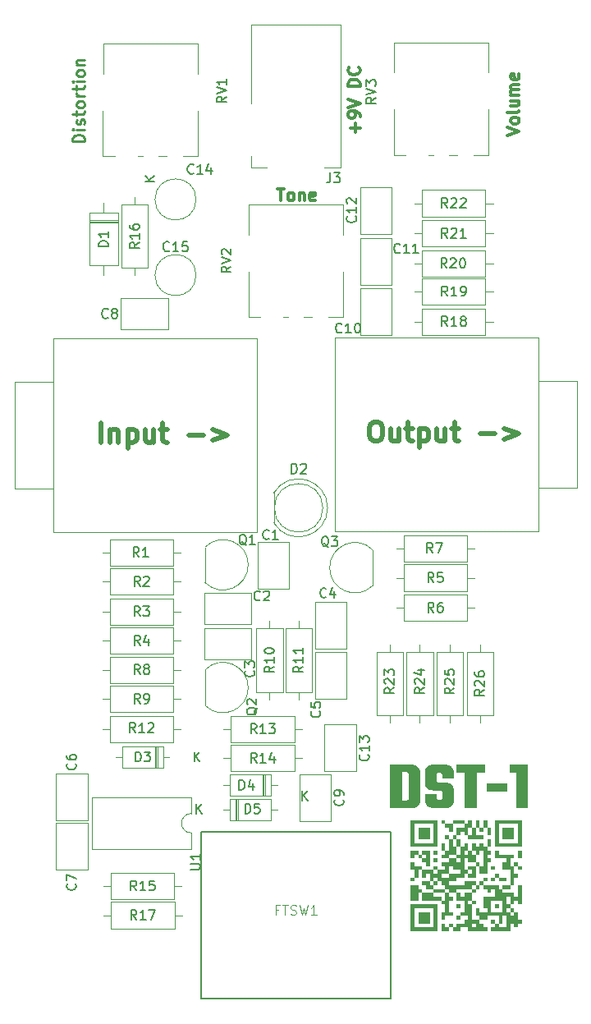
<source format=gbr>
%TF.GenerationSoftware,KiCad,Pcbnew,8.0.3*%
%TF.CreationDate,2024-11-20T17:39:26+02:00*%
%TF.ProjectId,DST1,44535431-2e6b-4696-9361-645f70636258,rev?*%
%TF.SameCoordinates,Original*%
%TF.FileFunction,Legend,Top*%
%TF.FilePolarity,Positive*%
%FSLAX46Y46*%
G04 Gerber Fmt 4.6, Leading zero omitted, Abs format (unit mm)*
G04 Created by KiCad (PCBNEW 8.0.3) date 2024-11-20 17:39:26*
%MOMM*%
%LPD*%
G01*
G04 APERTURE LIST*
%ADD10C,0.000000*%
%ADD11C,0.500000*%
%ADD12C,0.300000*%
%ADD13C,0.250000*%
%ADD14C,0.150000*%
%ADD15C,0.100000*%
%ADD16C,0.120000*%
%ADD17C,0.200000*%
G04 APERTURE END LIST*
D10*
G36*
X169109777Y-121658667D02*
G01*
X168714667Y-121658667D01*
X168714667Y-122448889D01*
X169109777Y-122448889D01*
X169109777Y-121658667D01*
X169504889Y-121658667D01*
X169504889Y-122448889D01*
X169900000Y-122448889D01*
X169900000Y-122053778D01*
X170295111Y-122053778D01*
X170295111Y-122844000D01*
X170690222Y-122844000D01*
X170690222Y-123239111D01*
X171085333Y-123239111D01*
X171085333Y-122844000D01*
X170690222Y-122844000D01*
X170690222Y-122053778D01*
X171085333Y-122053778D01*
X171085333Y-122448889D01*
X171480444Y-122448889D01*
X171480444Y-122053778D01*
X171875556Y-122053778D01*
X171875556Y-122448889D01*
X172270666Y-122448889D01*
X172270666Y-122844000D01*
X172665777Y-122844000D01*
X172665777Y-123239111D01*
X172270666Y-123239111D01*
X172270666Y-123634222D01*
X172665777Y-123634222D01*
X172665777Y-124029334D01*
X172270666Y-124029334D01*
X172270666Y-125214667D01*
X171480444Y-125214667D01*
X171480444Y-124424444D01*
X171085333Y-124424444D01*
X171085333Y-125609778D01*
X170295111Y-125609778D01*
X170295111Y-125214667D01*
X170690222Y-125214667D01*
X170690222Y-124819556D01*
X170295111Y-124819556D01*
X170295111Y-125214667D01*
X169900000Y-125214667D01*
X169900000Y-125609778D01*
X169109777Y-125609778D01*
X169109777Y-126004889D01*
X168319555Y-126004889D01*
X168319555Y-126400000D01*
X169900000Y-126400000D01*
X169900000Y-126004889D01*
X171085333Y-126004889D01*
X171085333Y-126400000D01*
X170690222Y-126400000D01*
X170690222Y-126795111D01*
X169109777Y-126795111D01*
X169109777Y-127190223D01*
X168319555Y-127190223D01*
X168319555Y-127585333D01*
X168714667Y-127585333D01*
X168714667Y-127980444D01*
X168319555Y-127980444D01*
X168319555Y-129165778D01*
X168714667Y-129165778D01*
X168714667Y-129560889D01*
X167924444Y-129560889D01*
X167924444Y-129956000D01*
X167529333Y-129956000D01*
X167529333Y-129165778D01*
X167924444Y-129165778D01*
X167924444Y-128375556D01*
X167529333Y-128375556D01*
X167529333Y-127980444D01*
X165553778Y-127980444D01*
X165553778Y-127585333D01*
X165553778Y-127190223D01*
X166739111Y-127190223D01*
X166739111Y-127585333D01*
X167529333Y-127585333D01*
X167529333Y-127980444D01*
X167924444Y-127980444D01*
X167924444Y-127190223D01*
X168319555Y-127190223D01*
X168319555Y-126795111D01*
X167924444Y-126795111D01*
X167924444Y-127190223D01*
X166739111Y-127190223D01*
X166739111Y-126795111D01*
X165948889Y-126795111D01*
X165948889Y-126400000D01*
X165553778Y-126400000D01*
X165553778Y-126004889D01*
X166344000Y-126004889D01*
X166344000Y-126400000D01*
X166739111Y-126400000D01*
X166739111Y-126795111D01*
X167924444Y-126795111D01*
X167924444Y-126400000D01*
X167529333Y-126400000D01*
X167529333Y-126004889D01*
X167134222Y-126004889D01*
X167134222Y-125609778D01*
X166739111Y-125609778D01*
X166739111Y-126004889D01*
X166344000Y-126004889D01*
X166344000Y-125214667D01*
X165948889Y-125214667D01*
X165948889Y-125609778D01*
X165553778Y-125609778D01*
X165553778Y-124819556D01*
X166739111Y-124819556D01*
X166739111Y-125214667D01*
X167134222Y-125214667D01*
X167529333Y-125214667D01*
X167529333Y-125609778D01*
X168319555Y-125609778D01*
X168319555Y-125214667D01*
X169504889Y-125214667D01*
X169504889Y-124819556D01*
X168714667Y-124819556D01*
X168714667Y-124424444D01*
X168319555Y-124424444D01*
X168319555Y-125214667D01*
X167529333Y-125214667D01*
X167134222Y-125214667D01*
X167134222Y-124819556D01*
X166739111Y-124819556D01*
X166739111Y-124424444D01*
X167134222Y-124424444D01*
X167134222Y-124819556D01*
X167924444Y-124819556D01*
X167924444Y-124424444D01*
X167529333Y-124424444D01*
X167529333Y-124029334D01*
X168319555Y-124029334D01*
X168319555Y-123634222D01*
X169109777Y-123634222D01*
X169109777Y-124029334D01*
X169504889Y-124029334D01*
X169504889Y-123634222D01*
X169900000Y-123634222D01*
X169900000Y-124819556D01*
X170295111Y-124819556D01*
X170295111Y-124424444D01*
X171085333Y-124424444D01*
X171085333Y-124029334D01*
X171480444Y-124029334D01*
X171480444Y-124424444D01*
X171875556Y-124424444D01*
X171875556Y-122844000D01*
X171480444Y-122844000D01*
X171480444Y-123239111D01*
X171085333Y-123239111D01*
X171085333Y-124029334D01*
X170295111Y-124029334D01*
X170295111Y-123634222D01*
X169900000Y-123634222D01*
X169504889Y-123634222D01*
X169109777Y-123634222D01*
X169109777Y-123239111D01*
X169504889Y-123239111D01*
X169504889Y-122844000D01*
X169900000Y-122844000D01*
X169900000Y-123239111D01*
X170295111Y-123239111D01*
X170295111Y-122844000D01*
X169900000Y-122844000D01*
X169504889Y-122844000D01*
X169504889Y-122448889D01*
X169109777Y-122448889D01*
X169109777Y-123239111D01*
X168319555Y-123239111D01*
X168319555Y-123634222D01*
X167529333Y-123634222D01*
X167529333Y-123239111D01*
X167924444Y-123239111D01*
X167924444Y-122844000D01*
X168319555Y-122844000D01*
X168319555Y-121658667D01*
X168714667Y-121658667D01*
X168714667Y-121263556D01*
X169109777Y-121263556D01*
X169109777Y-121658667D01*
G37*
G36*
X171480444Y-120473334D02*
G01*
X171085333Y-120473334D01*
X171085333Y-119683111D01*
X171480444Y-119683111D01*
X171480444Y-120473334D01*
G37*
G36*
X169504889Y-129956000D02*
G01*
X169109777Y-129956000D01*
X169109777Y-129560889D01*
X169504889Y-129560889D01*
X169504889Y-129956000D01*
G37*
G36*
X167134222Y-122448889D02*
G01*
X164368444Y-122448889D01*
X164368444Y-122053778D01*
X164368444Y-120078222D01*
X164763555Y-120078222D01*
X164763555Y-122053778D01*
X166739111Y-122053778D01*
X166739111Y-120078222D01*
X164763555Y-120078222D01*
X164368444Y-120078222D01*
X164368444Y-119683111D01*
X167134222Y-119683111D01*
X167134222Y-122448889D01*
G37*
G36*
X167134222Y-124029334D02*
G01*
X166739111Y-124029334D01*
X166739111Y-123634222D01*
X167134222Y-123634222D01*
X167134222Y-124029334D01*
G37*
G36*
X167924444Y-120078222D02*
G01*
X167529333Y-120078222D01*
X167529333Y-119683111D01*
X167924444Y-119683111D01*
X167924444Y-120078222D01*
G37*
G36*
X164763555Y-124424444D02*
G01*
X165553778Y-124424444D01*
X165553778Y-124819556D01*
X165158667Y-124819556D01*
X165158667Y-125609778D01*
X164763555Y-125609778D01*
X164763555Y-124819556D01*
X164368444Y-124819556D01*
X164368444Y-124029334D01*
X164763555Y-124029334D01*
X164763555Y-124424444D01*
G37*
G36*
X173456000Y-123239111D02*
G01*
X175036444Y-123239111D01*
X175036444Y-123634222D01*
X174641333Y-123634222D01*
X174641333Y-124424444D01*
X175036444Y-124424444D01*
X175036444Y-125214667D01*
X175431556Y-125214667D01*
X175431556Y-125609778D01*
X175036444Y-125609778D01*
X175036444Y-126400000D01*
X174641333Y-126400000D01*
X174641333Y-124819556D01*
X173851111Y-124819556D01*
X173851111Y-124029334D01*
X174246222Y-124029334D01*
X174246222Y-123634222D01*
X173060889Y-123634222D01*
X173060889Y-122844000D01*
X173456000Y-122844000D01*
X173456000Y-123239111D01*
G37*
G36*
X175431556Y-124424444D02*
G01*
X175036444Y-124424444D01*
X175036444Y-124029334D01*
X175431556Y-124029334D01*
X175431556Y-124424444D01*
G37*
G36*
X174246222Y-126004889D02*
G01*
X173456000Y-126004889D01*
X173456000Y-125609778D01*
X174246222Y-125609778D01*
X174246222Y-126004889D01*
G37*
G36*
X168714667Y-120868445D02*
G01*
X168319555Y-120868445D01*
X168319555Y-120473334D01*
X167924444Y-120473334D01*
X167924444Y-120078222D01*
X168714667Y-120078222D01*
X168714667Y-120868445D01*
G37*
G36*
X173456000Y-128770667D02*
G01*
X173060889Y-128770667D01*
X173060889Y-128375556D01*
X173456000Y-128375556D01*
X173456000Y-128770667D01*
G37*
G36*
X167924444Y-130746223D02*
G01*
X168319555Y-130746223D01*
X168319555Y-131141334D01*
X167529333Y-131141334D01*
X167529333Y-130351111D01*
X167924444Y-130351111D01*
X167924444Y-130746223D01*
G37*
G36*
X169900000Y-120078222D02*
G01*
X168714667Y-120078222D01*
X168714667Y-119683111D01*
X169900000Y-119683111D01*
X169900000Y-120078222D01*
G37*
G36*
X173456000Y-126795111D02*
G01*
X173851111Y-126795111D01*
X173851111Y-127190223D01*
X175036444Y-127190223D01*
X175036444Y-127585333D01*
X175431556Y-127585333D01*
X175431556Y-126400000D01*
X175826667Y-126400000D01*
X175826667Y-128375556D01*
X175431556Y-128375556D01*
X175431556Y-127980444D01*
X175036444Y-127980444D01*
X175036444Y-128375556D01*
X174641333Y-128375556D01*
X174641333Y-128770667D01*
X174246222Y-128770667D01*
X174246222Y-129165778D01*
X174641333Y-129165778D01*
X174641333Y-128770667D01*
X175036444Y-128770667D01*
X175036444Y-129165778D01*
X174641333Y-129165778D01*
X174641333Y-129560889D01*
X175036444Y-129560889D01*
X175036444Y-129165778D01*
X175431556Y-129165778D01*
X175431556Y-129956000D01*
X175826667Y-129956000D01*
X175826667Y-130351111D01*
X175431556Y-130351111D01*
X175431556Y-130746223D01*
X175036444Y-130746223D01*
X175036444Y-130351111D01*
X174641333Y-130351111D01*
X174641333Y-131141334D01*
X172665777Y-131141334D01*
X172665777Y-130746223D01*
X173060889Y-130746223D01*
X173060889Y-130351111D01*
X173456000Y-130351111D01*
X173456000Y-130746223D01*
X174246222Y-130746223D01*
X174246222Y-129560889D01*
X173851111Y-129560889D01*
X173851111Y-130351111D01*
X173456000Y-130351111D01*
X173456000Y-129560889D01*
X172270666Y-129560889D01*
X172270666Y-129956000D01*
X171480444Y-129956000D01*
X171480444Y-129560889D01*
X171085333Y-129560889D01*
X171085333Y-128770667D01*
X171480444Y-128770667D01*
X171480444Y-129165778D01*
X172270666Y-129165778D01*
X172270666Y-128770667D01*
X171875556Y-128770667D01*
X171875556Y-127980444D01*
X172665777Y-127980444D01*
X172665777Y-129165778D01*
X173851111Y-129165778D01*
X173851111Y-128375556D01*
X173851111Y-127980444D01*
X172665777Y-127980444D01*
X171875556Y-127980444D01*
X171875556Y-127585333D01*
X173060889Y-127585333D01*
X174246222Y-127585333D01*
X174246222Y-128375556D01*
X174641333Y-128375556D01*
X174641333Y-127585333D01*
X174246222Y-127585333D01*
X173060889Y-127585333D01*
X173060889Y-126795111D01*
X172665777Y-126795111D01*
X172665777Y-127190223D01*
X172270666Y-127190223D01*
X172270666Y-126795111D01*
X171875556Y-126795111D01*
X171875556Y-126400000D01*
X173456000Y-126400000D01*
X173456000Y-126795111D01*
G37*
G36*
X174641333Y-126795111D02*
G01*
X173851111Y-126795111D01*
X173851111Y-126400000D01*
X174641333Y-126400000D01*
X174641333Y-126795111D01*
G37*
G36*
X166344000Y-124424444D02*
G01*
X165948889Y-124424444D01*
X165948889Y-124029334D01*
X165553778Y-124029334D01*
X165553778Y-123634222D01*
X165948889Y-123634222D01*
X165948889Y-123239111D01*
X165553778Y-123239111D01*
X165553778Y-123634222D01*
X165158667Y-123634222D01*
X165158667Y-123239111D01*
X165553778Y-123239111D01*
X165553778Y-122844000D01*
X166344000Y-122844000D01*
X166344000Y-124424444D01*
G37*
G36*
X170690222Y-120473334D02*
G01*
X170295111Y-120473334D01*
X170295111Y-121263556D01*
X170690222Y-121263556D01*
X170690222Y-120473334D01*
X171085333Y-120473334D01*
X171085333Y-121263556D01*
X171875556Y-121263556D01*
X171875556Y-121658667D01*
X170295111Y-121658667D01*
X170295111Y-121263556D01*
X169900000Y-121263556D01*
X169900000Y-120868445D01*
X169504889Y-120868445D01*
X169504889Y-121263556D01*
X169109777Y-121263556D01*
X169109777Y-120473334D01*
X169900000Y-120473334D01*
X169900000Y-120078222D01*
X170295111Y-120078222D01*
X170295111Y-119683111D01*
X170690222Y-119683111D01*
X170690222Y-120473334D01*
G37*
G36*
X171480444Y-126795111D02*
G01*
X171085333Y-126795111D01*
X171085333Y-126400000D01*
X171480444Y-126400000D01*
X171480444Y-126795111D01*
G37*
G36*
X175826667Y-124819556D02*
G01*
X175431556Y-124819556D01*
X175431556Y-124424444D01*
X175826667Y-124424444D01*
X175826667Y-124819556D01*
G37*
G36*
X172665777Y-121263556D02*
G01*
X172270666Y-121263556D01*
X172270666Y-120473334D01*
X172665777Y-120473334D01*
X172665777Y-121263556D01*
G37*
G36*
X167924444Y-122844000D02*
G01*
X167529333Y-122844000D01*
X167529333Y-122053778D01*
X167924444Y-122053778D01*
X167924444Y-122844000D01*
G37*
G36*
X167134222Y-123239111D02*
G01*
X166739111Y-123239111D01*
X166739111Y-122844000D01*
X167134222Y-122844000D01*
X167134222Y-123239111D01*
G37*
G36*
X171085333Y-128375556D02*
G01*
X170690222Y-128375556D01*
X170690222Y-127980444D01*
X171085333Y-127980444D01*
X171085333Y-128375556D01*
G37*
G36*
X167134222Y-131141334D02*
G01*
X164368444Y-131141334D01*
X164368444Y-130746223D01*
X164368444Y-128770667D01*
X164763555Y-128770667D01*
X164763555Y-130746223D01*
X166739111Y-130746223D01*
X166739111Y-128770667D01*
X164763555Y-128770667D01*
X164368444Y-128770667D01*
X164368444Y-128375556D01*
X167134222Y-128375556D01*
X167134222Y-131141334D01*
G37*
G36*
X165158667Y-123239111D02*
G01*
X164763555Y-123239111D01*
X164763555Y-123634222D01*
X164368444Y-123634222D01*
X164368444Y-122844000D01*
X165158667Y-122844000D01*
X165158667Y-123239111D01*
G37*
G36*
X169504889Y-127585333D02*
G01*
X169900000Y-127585333D01*
X169900000Y-127190223D01*
X170690222Y-127190223D01*
X170690222Y-127980444D01*
X170295111Y-127980444D01*
X170295111Y-128375556D01*
X170690222Y-128375556D01*
X170690222Y-129956000D01*
X171480444Y-129956000D01*
X171480444Y-130351111D01*
X171875556Y-130351111D01*
X171875556Y-130746223D01*
X172270666Y-130746223D01*
X172270666Y-131141334D01*
X170295111Y-131141334D01*
X170295111Y-130746223D01*
X169504889Y-130746223D01*
X169504889Y-131141334D01*
X168714667Y-131141334D01*
X168714667Y-130746223D01*
X169109777Y-130746223D01*
X169109777Y-130351111D01*
X169900000Y-130351111D01*
X170690222Y-130351111D01*
X170690222Y-130746223D01*
X171085333Y-130746223D01*
X171085333Y-130351111D01*
X170690222Y-130351111D01*
X169900000Y-130351111D01*
X169900000Y-129956000D01*
X170295111Y-129956000D01*
X170295111Y-129560889D01*
X169504889Y-129560889D01*
X169504889Y-129165778D01*
X169900000Y-129165778D01*
X169900000Y-127980444D01*
X169109777Y-127980444D01*
X169109777Y-127190223D01*
X169504889Y-127190223D01*
X169504889Y-127585333D01*
G37*
G36*
X171085333Y-127190223D02*
G01*
X170690222Y-127190223D01*
X170690222Y-126795111D01*
X171085333Y-126795111D01*
X171085333Y-127190223D01*
G37*
G36*
X172270666Y-126004889D02*
G01*
X171875556Y-126004889D01*
X171875556Y-125609778D01*
X172270666Y-125609778D01*
X172270666Y-126004889D01*
G37*
G36*
X165158667Y-126795111D02*
G01*
X165553778Y-126795111D01*
X165553778Y-127190223D01*
X165158667Y-127190223D01*
X165158667Y-127980444D01*
X164368444Y-127980444D01*
X164368444Y-126400000D01*
X165158667Y-126400000D01*
X165158667Y-126795111D01*
G37*
G36*
X173060889Y-130351111D02*
G01*
X172665777Y-130351111D01*
X172665777Y-129956000D01*
X173060889Y-129956000D01*
X173060889Y-130351111D01*
G37*
G36*
X175036444Y-121658667D02*
G01*
X173851111Y-121658667D01*
X173851111Y-120473334D01*
X175036444Y-120473334D01*
X175036444Y-121658667D01*
G37*
G36*
X166344000Y-121658667D02*
G01*
X165158667Y-121658667D01*
X165158667Y-120473334D01*
X166344000Y-120473334D01*
X166344000Y-121658667D01*
G37*
G36*
X164763555Y-126004889D02*
G01*
X164368444Y-126004889D01*
X164368444Y-125609778D01*
X164763555Y-125609778D01*
X164763555Y-126004889D01*
G37*
G36*
X171875556Y-126400000D02*
G01*
X171480444Y-126400000D01*
X171480444Y-126004889D01*
X171875556Y-126004889D01*
X171875556Y-126400000D01*
G37*
G36*
X171875556Y-120868445D02*
G01*
X171480444Y-120868445D01*
X171480444Y-120473334D01*
X171875556Y-120473334D01*
X171875556Y-120868445D01*
G37*
G36*
X172270666Y-120473334D02*
G01*
X171875556Y-120473334D01*
X171875556Y-119683111D01*
X172270666Y-119683111D01*
X172270666Y-120473334D01*
G37*
G36*
X175826667Y-123634222D02*
G01*
X175431556Y-123634222D01*
X175431556Y-122844000D01*
X175826667Y-122844000D01*
X175826667Y-123634222D01*
G37*
G36*
X173060889Y-124819556D02*
G01*
X172665777Y-124819556D01*
X172665777Y-124424444D01*
X173060889Y-124424444D01*
X173060889Y-124819556D01*
G37*
G36*
X166344000Y-130351111D02*
G01*
X165158667Y-130351111D01*
X165158667Y-129165778D01*
X166344000Y-129165778D01*
X166344000Y-130351111D01*
G37*
G36*
X173060889Y-126004889D02*
G01*
X172665777Y-126004889D01*
X172665777Y-125609778D01*
X173060889Y-125609778D01*
X173060889Y-126004889D01*
G37*
G36*
X175826667Y-122448889D02*
G01*
X173060889Y-122448889D01*
X173060889Y-122053778D01*
X173060889Y-120078222D01*
X173456000Y-120078222D01*
X173456000Y-122053778D01*
X175431556Y-122053778D01*
X175431556Y-120078222D01*
X173456000Y-120078222D01*
X173060889Y-120078222D01*
X173060889Y-119683111D01*
X175826667Y-119683111D01*
X175826667Y-122448889D01*
G37*
G36*
X168319555Y-121658667D02*
G01*
X167924444Y-121658667D01*
X167924444Y-121263556D01*
X168319555Y-121263556D01*
X168319555Y-121658667D01*
G37*
G36*
X173456000Y-125609778D02*
G01*
X173060889Y-125609778D01*
X173060889Y-125214667D01*
X173456000Y-125214667D01*
X173456000Y-125609778D01*
G37*
G36*
X168714667Y-130746223D02*
G01*
X168319555Y-130746223D01*
X168319555Y-130351111D01*
X168714667Y-130351111D01*
X168714667Y-130746223D01*
G37*
G36*
X167134222Y-126400000D02*
G01*
X166739111Y-126400000D01*
X166739111Y-126004889D01*
X167134222Y-126004889D01*
X167134222Y-126400000D01*
G37*
G36*
X172665777Y-122448889D02*
G01*
X172270666Y-122448889D01*
X172270666Y-121658667D01*
X172665777Y-121658667D01*
X172665777Y-122448889D01*
G37*
G36*
X169504889Y-128770667D02*
G01*
X169109777Y-128770667D01*
X169109777Y-128375556D01*
X169504889Y-128375556D01*
X169504889Y-128770667D01*
G37*
D11*
X132405137Y-80729238D02*
X132405137Y-78729238D01*
X133357518Y-79395904D02*
X133357518Y-80729238D01*
X133357518Y-79586380D02*
X133452756Y-79491142D01*
X133452756Y-79491142D02*
X133643232Y-79395904D01*
X133643232Y-79395904D02*
X133928947Y-79395904D01*
X133928947Y-79395904D02*
X134119423Y-79491142D01*
X134119423Y-79491142D02*
X134214661Y-79681619D01*
X134214661Y-79681619D02*
X134214661Y-80729238D01*
X135167042Y-79395904D02*
X135167042Y-81395904D01*
X135167042Y-79491142D02*
X135357518Y-79395904D01*
X135357518Y-79395904D02*
X135738471Y-79395904D01*
X135738471Y-79395904D02*
X135928947Y-79491142D01*
X135928947Y-79491142D02*
X136024185Y-79586380D01*
X136024185Y-79586380D02*
X136119423Y-79776857D01*
X136119423Y-79776857D02*
X136119423Y-80348285D01*
X136119423Y-80348285D02*
X136024185Y-80538761D01*
X136024185Y-80538761D02*
X135928947Y-80634000D01*
X135928947Y-80634000D02*
X135738471Y-80729238D01*
X135738471Y-80729238D02*
X135357518Y-80729238D01*
X135357518Y-80729238D02*
X135167042Y-80634000D01*
X137833709Y-79395904D02*
X137833709Y-80729238D01*
X136976566Y-79395904D02*
X136976566Y-80443523D01*
X136976566Y-80443523D02*
X137071804Y-80634000D01*
X137071804Y-80634000D02*
X137262280Y-80729238D01*
X137262280Y-80729238D02*
X137547995Y-80729238D01*
X137547995Y-80729238D02*
X137738471Y-80634000D01*
X137738471Y-80634000D02*
X137833709Y-80538761D01*
X138500376Y-79395904D02*
X139262280Y-79395904D01*
X138786090Y-78729238D02*
X138786090Y-80443523D01*
X138786090Y-80443523D02*
X138881328Y-80634000D01*
X138881328Y-80634000D02*
X139071804Y-80729238D01*
X139071804Y-80729238D02*
X139262280Y-80729238D01*
X141452757Y-79967333D02*
X142976567Y-79967333D01*
X143928947Y-79395904D02*
X145452757Y-79967333D01*
X145452757Y-79967333D02*
X143928947Y-80538761D01*
X160586089Y-78629238D02*
X160967042Y-78629238D01*
X160967042Y-78629238D02*
X161157518Y-78724476D01*
X161157518Y-78724476D02*
X161347994Y-78914952D01*
X161347994Y-78914952D02*
X161443232Y-79295904D01*
X161443232Y-79295904D02*
X161443232Y-79962571D01*
X161443232Y-79962571D02*
X161347994Y-80343523D01*
X161347994Y-80343523D02*
X161157518Y-80534000D01*
X161157518Y-80534000D02*
X160967042Y-80629238D01*
X160967042Y-80629238D02*
X160586089Y-80629238D01*
X160586089Y-80629238D02*
X160395613Y-80534000D01*
X160395613Y-80534000D02*
X160205137Y-80343523D01*
X160205137Y-80343523D02*
X160109899Y-79962571D01*
X160109899Y-79962571D02*
X160109899Y-79295904D01*
X160109899Y-79295904D02*
X160205137Y-78914952D01*
X160205137Y-78914952D02*
X160395613Y-78724476D01*
X160395613Y-78724476D02*
X160586089Y-78629238D01*
X163157518Y-79295904D02*
X163157518Y-80629238D01*
X162300375Y-79295904D02*
X162300375Y-80343523D01*
X162300375Y-80343523D02*
X162395613Y-80534000D01*
X162395613Y-80534000D02*
X162586089Y-80629238D01*
X162586089Y-80629238D02*
X162871804Y-80629238D01*
X162871804Y-80629238D02*
X163062280Y-80534000D01*
X163062280Y-80534000D02*
X163157518Y-80438761D01*
X163824185Y-79295904D02*
X164586089Y-79295904D01*
X164109899Y-78629238D02*
X164109899Y-80343523D01*
X164109899Y-80343523D02*
X164205137Y-80534000D01*
X164205137Y-80534000D02*
X164395613Y-80629238D01*
X164395613Y-80629238D02*
X164586089Y-80629238D01*
X165252756Y-79295904D02*
X165252756Y-81295904D01*
X165252756Y-79391142D02*
X165443232Y-79295904D01*
X165443232Y-79295904D02*
X165824185Y-79295904D01*
X165824185Y-79295904D02*
X166014661Y-79391142D01*
X166014661Y-79391142D02*
X166109899Y-79486380D01*
X166109899Y-79486380D02*
X166205137Y-79676857D01*
X166205137Y-79676857D02*
X166205137Y-80248285D01*
X166205137Y-80248285D02*
X166109899Y-80438761D01*
X166109899Y-80438761D02*
X166014661Y-80534000D01*
X166014661Y-80534000D02*
X165824185Y-80629238D01*
X165824185Y-80629238D02*
X165443232Y-80629238D01*
X165443232Y-80629238D02*
X165252756Y-80534000D01*
X167919423Y-79295904D02*
X167919423Y-80629238D01*
X167062280Y-79295904D02*
X167062280Y-80343523D01*
X167062280Y-80343523D02*
X167157518Y-80534000D01*
X167157518Y-80534000D02*
X167347994Y-80629238D01*
X167347994Y-80629238D02*
X167633709Y-80629238D01*
X167633709Y-80629238D02*
X167824185Y-80534000D01*
X167824185Y-80534000D02*
X167919423Y-80438761D01*
X168586090Y-79295904D02*
X169347994Y-79295904D01*
X168871804Y-78629238D02*
X168871804Y-80343523D01*
X168871804Y-80343523D02*
X168967042Y-80534000D01*
X168967042Y-80534000D02*
X169157518Y-80629238D01*
X169157518Y-80629238D02*
X169347994Y-80629238D01*
X171538471Y-79867333D02*
X173062281Y-79867333D01*
X174014661Y-79295904D02*
X175538471Y-79867333D01*
X175538471Y-79867333D02*
X174014661Y-80438761D01*
D12*
G36*
X164118946Y-115831716D02*
G01*
X164118946Y-114914584D01*
X164076203Y-114799790D01*
X163944312Y-114760711D01*
X162655931Y-114760711D01*
X162655931Y-113955931D01*
X164315561Y-113955931D01*
X164574917Y-113970815D01*
X164818155Y-114023140D01*
X165045657Y-114138255D01*
X165109351Y-114194068D01*
X165252233Y-114394309D01*
X165329169Y-114637827D01*
X165343824Y-114824214D01*
X165343824Y-115831716D01*
X164118946Y-115831716D01*
G37*
G36*
X164118946Y-117491346D02*
G01*
X164118946Y-115741346D01*
X165343824Y-115741346D01*
X165343824Y-117581716D01*
X165316117Y-117833041D01*
X165222694Y-118065739D01*
X165109351Y-118211863D01*
X164887815Y-118356977D01*
X164633411Y-118426744D01*
X164384207Y-118449069D01*
X164315561Y-118450000D01*
X162655931Y-118450000D01*
X162655931Y-117645219D01*
X163944312Y-117645219D01*
X164076203Y-117607362D01*
X164118946Y-117491346D01*
G37*
G36*
X162250488Y-113955931D02*
G01*
X163475366Y-113955931D01*
X163475366Y-118450000D01*
X162250488Y-118450000D01*
X162250488Y-113955931D01*
G37*
G36*
X167604291Y-117420516D02*
G01*
X167604291Y-116784263D01*
X167562770Y-116669469D01*
X167429658Y-116630390D01*
X166757990Y-116630390D01*
X166506649Y-116615049D01*
X166253223Y-116552724D01*
X166038213Y-116414650D01*
X166011828Y-116384926D01*
X165882946Y-116161301D01*
X165822295Y-115911944D01*
X165812770Y-115747452D01*
X165812770Y-114824214D01*
X165840043Y-114572890D01*
X165932006Y-114340191D01*
X166043579Y-114194068D01*
X166263054Y-114048953D01*
X166516790Y-113979187D01*
X166766147Y-113956861D01*
X166834926Y-113955931D01*
X167793579Y-113955931D01*
X168053240Y-113970815D01*
X168296092Y-114023140D01*
X168522072Y-114138255D01*
X168584926Y-114194068D01*
X168725576Y-114394309D01*
X168801310Y-114637827D01*
X168815736Y-114824214D01*
X168815736Y-115362770D01*
X167590858Y-115362770D01*
X167590858Y-114985415D01*
X167548115Y-114870621D01*
X167416224Y-114831542D01*
X167212281Y-114831542D01*
X167079169Y-114870621D01*
X167037648Y-114985415D01*
X167037648Y-115649755D01*
X167079169Y-115765771D01*
X167212281Y-115803628D01*
X167870516Y-115803628D01*
X168122239Y-115818130D01*
X168377215Y-115877044D01*
X168595660Y-116007561D01*
X168622784Y-116035659D01*
X168756410Y-116249796D01*
X168819293Y-116494688D01*
X168829169Y-116658478D01*
X168829169Y-117581716D01*
X168801896Y-117833041D01*
X168709933Y-118065739D01*
X168598360Y-118211863D01*
X168379056Y-118356977D01*
X168125726Y-118426744D01*
X167876865Y-118449069D01*
X167808234Y-118450000D01*
X166855687Y-118450000D01*
X166595797Y-118435116D01*
X166352140Y-118382791D01*
X166124389Y-118267676D01*
X166060676Y-118211863D01*
X165917794Y-118011622D01*
X165840858Y-117768104D01*
X165826203Y-117581716D01*
X165826203Y-117043161D01*
X167052302Y-117043161D01*
X167052302Y-117420516D01*
X167093824Y-117536531D01*
X167226936Y-117574389D01*
X167429658Y-117574389D01*
X167562770Y-117536531D01*
X167604291Y-117420516D01*
G37*
G36*
X169933147Y-114376029D02*
G01*
X171158025Y-114376029D01*
X171158025Y-118450000D01*
X169933147Y-118450000D01*
X169933147Y-114376029D01*
G37*
G36*
X172026308Y-113955931D02*
G01*
X172026308Y-114831542D01*
X169072191Y-114831542D01*
X169072191Y-113955931D01*
X172026308Y-113955931D01*
G37*
G36*
X172200942Y-116735415D02*
G01*
X172200942Y-115929413D01*
X174320969Y-115929413D01*
X174320969Y-116735415D01*
X172200942Y-116735415D01*
G37*
G36*
X176027006Y-113955931D02*
G01*
X176027006Y-114831542D01*
X174584752Y-114831542D01*
X174584752Y-113955931D01*
X176027006Y-113955931D01*
G37*
G36*
X175214898Y-113955931D02*
G01*
X176439776Y-113955931D01*
X176439776Y-118450000D01*
X175214898Y-118450000D01*
X175214898Y-113955931D01*
G37*
X150616415Y-54581423D02*
X151330701Y-54581423D01*
X150973558Y-55831423D02*
X150973558Y-54581423D01*
X151925939Y-55831423D02*
X151806891Y-55771900D01*
X151806891Y-55771900D02*
X151747368Y-55712376D01*
X151747368Y-55712376D02*
X151687844Y-55593328D01*
X151687844Y-55593328D02*
X151687844Y-55236185D01*
X151687844Y-55236185D02*
X151747368Y-55117138D01*
X151747368Y-55117138D02*
X151806891Y-55057614D01*
X151806891Y-55057614D02*
X151925939Y-54998090D01*
X151925939Y-54998090D02*
X152104510Y-54998090D01*
X152104510Y-54998090D02*
X152223558Y-55057614D01*
X152223558Y-55057614D02*
X152283082Y-55117138D01*
X152283082Y-55117138D02*
X152342606Y-55236185D01*
X152342606Y-55236185D02*
X152342606Y-55593328D01*
X152342606Y-55593328D02*
X152283082Y-55712376D01*
X152283082Y-55712376D02*
X152223558Y-55771900D01*
X152223558Y-55771900D02*
X152104510Y-55831423D01*
X152104510Y-55831423D02*
X151925939Y-55831423D01*
X152878320Y-54998090D02*
X152878320Y-55831423D01*
X152878320Y-55117138D02*
X152937843Y-55057614D01*
X152937843Y-55057614D02*
X153056891Y-54998090D01*
X153056891Y-54998090D02*
X153235462Y-54998090D01*
X153235462Y-54998090D02*
X153354510Y-55057614D01*
X153354510Y-55057614D02*
X153414034Y-55176661D01*
X153414034Y-55176661D02*
X153414034Y-55831423D01*
X154485462Y-55771900D02*
X154366414Y-55831423D01*
X154366414Y-55831423D02*
X154128319Y-55831423D01*
X154128319Y-55831423D02*
X154009272Y-55771900D01*
X154009272Y-55771900D02*
X153949748Y-55652852D01*
X153949748Y-55652852D02*
X153949748Y-55176661D01*
X153949748Y-55176661D02*
X154009272Y-55057614D01*
X154009272Y-55057614D02*
X154128319Y-54998090D01*
X154128319Y-54998090D02*
X154366414Y-54998090D01*
X154366414Y-54998090D02*
X154485462Y-55057614D01*
X154485462Y-55057614D02*
X154544986Y-55176661D01*
X154544986Y-55176661D02*
X154544986Y-55295709D01*
X154544986Y-55295709D02*
X153949748Y-55414757D01*
X174281423Y-49083584D02*
X175531423Y-48666917D01*
X175531423Y-48666917D02*
X174281423Y-48250251D01*
X175531423Y-47655012D02*
X175471900Y-47774060D01*
X175471900Y-47774060D02*
X175412376Y-47833583D01*
X175412376Y-47833583D02*
X175293328Y-47893107D01*
X175293328Y-47893107D02*
X174936185Y-47893107D01*
X174936185Y-47893107D02*
X174817138Y-47833583D01*
X174817138Y-47833583D02*
X174757614Y-47774060D01*
X174757614Y-47774060D02*
X174698090Y-47655012D01*
X174698090Y-47655012D02*
X174698090Y-47476441D01*
X174698090Y-47476441D02*
X174757614Y-47357393D01*
X174757614Y-47357393D02*
X174817138Y-47297869D01*
X174817138Y-47297869D02*
X174936185Y-47238345D01*
X174936185Y-47238345D02*
X175293328Y-47238345D01*
X175293328Y-47238345D02*
X175412376Y-47297869D01*
X175412376Y-47297869D02*
X175471900Y-47357393D01*
X175471900Y-47357393D02*
X175531423Y-47476441D01*
X175531423Y-47476441D02*
X175531423Y-47655012D01*
X175531423Y-46524060D02*
X175471900Y-46643108D01*
X175471900Y-46643108D02*
X175352852Y-46702631D01*
X175352852Y-46702631D02*
X174281423Y-46702631D01*
X174698090Y-45512155D02*
X175531423Y-45512155D01*
X174698090Y-46047869D02*
X175352852Y-46047869D01*
X175352852Y-46047869D02*
X175471900Y-45988346D01*
X175471900Y-45988346D02*
X175531423Y-45869298D01*
X175531423Y-45869298D02*
X175531423Y-45690727D01*
X175531423Y-45690727D02*
X175471900Y-45571679D01*
X175471900Y-45571679D02*
X175412376Y-45512155D01*
X175531423Y-44916917D02*
X174698090Y-44916917D01*
X174817138Y-44916917D02*
X174757614Y-44857394D01*
X174757614Y-44857394D02*
X174698090Y-44738346D01*
X174698090Y-44738346D02*
X174698090Y-44559775D01*
X174698090Y-44559775D02*
X174757614Y-44440727D01*
X174757614Y-44440727D02*
X174876661Y-44381203D01*
X174876661Y-44381203D02*
X175531423Y-44381203D01*
X174876661Y-44381203D02*
X174757614Y-44321679D01*
X174757614Y-44321679D02*
X174698090Y-44202632D01*
X174698090Y-44202632D02*
X174698090Y-44024060D01*
X174698090Y-44024060D02*
X174757614Y-43905013D01*
X174757614Y-43905013D02*
X174876661Y-43845489D01*
X174876661Y-43845489D02*
X175531423Y-43845489D01*
X175471900Y-42774060D02*
X175531423Y-42893108D01*
X175531423Y-42893108D02*
X175531423Y-43131203D01*
X175531423Y-43131203D02*
X175471900Y-43250250D01*
X175471900Y-43250250D02*
X175352852Y-43309774D01*
X175352852Y-43309774D02*
X174876661Y-43309774D01*
X174876661Y-43309774D02*
X174757614Y-43250250D01*
X174757614Y-43250250D02*
X174698090Y-43131203D01*
X174698090Y-43131203D02*
X174698090Y-42893108D01*
X174698090Y-42893108D02*
X174757614Y-42774060D01*
X174757614Y-42774060D02*
X174876661Y-42714536D01*
X174876661Y-42714536D02*
X174995709Y-42714536D01*
X174995709Y-42714536D02*
X175114757Y-43309774D01*
X158655233Y-48805012D02*
X158655233Y-47852632D01*
X159131423Y-48328822D02*
X158179042Y-48328822D01*
X159131423Y-47197870D02*
X159131423Y-46959774D01*
X159131423Y-46959774D02*
X159071900Y-46840727D01*
X159071900Y-46840727D02*
X159012376Y-46781203D01*
X159012376Y-46781203D02*
X158833804Y-46662155D01*
X158833804Y-46662155D02*
X158595709Y-46602632D01*
X158595709Y-46602632D02*
X158119519Y-46602632D01*
X158119519Y-46602632D02*
X158000471Y-46662155D01*
X158000471Y-46662155D02*
X157940947Y-46721679D01*
X157940947Y-46721679D02*
X157881423Y-46840727D01*
X157881423Y-46840727D02*
X157881423Y-47078822D01*
X157881423Y-47078822D02*
X157940947Y-47197870D01*
X157940947Y-47197870D02*
X158000471Y-47257393D01*
X158000471Y-47257393D02*
X158119519Y-47316917D01*
X158119519Y-47316917D02*
X158417138Y-47316917D01*
X158417138Y-47316917D02*
X158536185Y-47257393D01*
X158536185Y-47257393D02*
X158595709Y-47197870D01*
X158595709Y-47197870D02*
X158655233Y-47078822D01*
X158655233Y-47078822D02*
X158655233Y-46840727D01*
X158655233Y-46840727D02*
X158595709Y-46721679D01*
X158595709Y-46721679D02*
X158536185Y-46662155D01*
X158536185Y-46662155D02*
X158417138Y-46602632D01*
X157881423Y-46245489D02*
X159131423Y-45828822D01*
X159131423Y-45828822D02*
X157881423Y-45412156D01*
X159131423Y-44043107D02*
X157881423Y-44043107D01*
X157881423Y-44043107D02*
X157881423Y-43745488D01*
X157881423Y-43745488D02*
X157940947Y-43566917D01*
X157940947Y-43566917D02*
X158059995Y-43447869D01*
X158059995Y-43447869D02*
X158179042Y-43388346D01*
X158179042Y-43388346D02*
X158417138Y-43328822D01*
X158417138Y-43328822D02*
X158595709Y-43328822D01*
X158595709Y-43328822D02*
X158833804Y-43388346D01*
X158833804Y-43388346D02*
X158952852Y-43447869D01*
X158952852Y-43447869D02*
X159071900Y-43566917D01*
X159071900Y-43566917D02*
X159131423Y-43745488D01*
X159131423Y-43745488D02*
X159131423Y-44043107D01*
X159012376Y-42078822D02*
X159071900Y-42138346D01*
X159071900Y-42138346D02*
X159131423Y-42316917D01*
X159131423Y-42316917D02*
X159131423Y-42435965D01*
X159131423Y-42435965D02*
X159071900Y-42614536D01*
X159071900Y-42614536D02*
X158952852Y-42733584D01*
X158952852Y-42733584D02*
X158833804Y-42793107D01*
X158833804Y-42793107D02*
X158595709Y-42852631D01*
X158595709Y-42852631D02*
X158417138Y-42852631D01*
X158417138Y-42852631D02*
X158179042Y-42793107D01*
X158179042Y-42793107D02*
X158059995Y-42733584D01*
X158059995Y-42733584D02*
X157940947Y-42614536D01*
X157940947Y-42614536D02*
X157881423Y-42435965D01*
X157881423Y-42435965D02*
X157881423Y-42316917D01*
X157881423Y-42316917D02*
X157940947Y-42138346D01*
X157940947Y-42138346D02*
X158000471Y-42078822D01*
D13*
X130734023Y-49737907D02*
X129484023Y-49737907D01*
X129484023Y-49737907D02*
X129484023Y-49440288D01*
X129484023Y-49440288D02*
X129543547Y-49261717D01*
X129543547Y-49261717D02*
X129662595Y-49142669D01*
X129662595Y-49142669D02*
X129781642Y-49083146D01*
X129781642Y-49083146D02*
X130019738Y-49023622D01*
X130019738Y-49023622D02*
X130198309Y-49023622D01*
X130198309Y-49023622D02*
X130436404Y-49083146D01*
X130436404Y-49083146D02*
X130555452Y-49142669D01*
X130555452Y-49142669D02*
X130674500Y-49261717D01*
X130674500Y-49261717D02*
X130734023Y-49440288D01*
X130734023Y-49440288D02*
X130734023Y-49737907D01*
X130734023Y-48487907D02*
X129900690Y-48487907D01*
X129484023Y-48487907D02*
X129543547Y-48547431D01*
X129543547Y-48547431D02*
X129603071Y-48487907D01*
X129603071Y-48487907D02*
X129543547Y-48428384D01*
X129543547Y-48428384D02*
X129484023Y-48487907D01*
X129484023Y-48487907D02*
X129603071Y-48487907D01*
X130674500Y-47952193D02*
X130734023Y-47833146D01*
X130734023Y-47833146D02*
X130734023Y-47595050D01*
X130734023Y-47595050D02*
X130674500Y-47476003D01*
X130674500Y-47476003D02*
X130555452Y-47416479D01*
X130555452Y-47416479D02*
X130495928Y-47416479D01*
X130495928Y-47416479D02*
X130376880Y-47476003D01*
X130376880Y-47476003D02*
X130317357Y-47595050D01*
X130317357Y-47595050D02*
X130317357Y-47773622D01*
X130317357Y-47773622D02*
X130257833Y-47892669D01*
X130257833Y-47892669D02*
X130138785Y-47952193D01*
X130138785Y-47952193D02*
X130079261Y-47952193D01*
X130079261Y-47952193D02*
X129960214Y-47892669D01*
X129960214Y-47892669D02*
X129900690Y-47773622D01*
X129900690Y-47773622D02*
X129900690Y-47595050D01*
X129900690Y-47595050D02*
X129960214Y-47476003D01*
X129900690Y-47059336D02*
X129900690Y-46583145D01*
X129484023Y-46880764D02*
X130555452Y-46880764D01*
X130555452Y-46880764D02*
X130674500Y-46821241D01*
X130674500Y-46821241D02*
X130734023Y-46702193D01*
X130734023Y-46702193D02*
X130734023Y-46583145D01*
X130734023Y-45987907D02*
X130674500Y-46106955D01*
X130674500Y-46106955D02*
X130614976Y-46166478D01*
X130614976Y-46166478D02*
X130495928Y-46226002D01*
X130495928Y-46226002D02*
X130138785Y-46226002D01*
X130138785Y-46226002D02*
X130019738Y-46166478D01*
X130019738Y-46166478D02*
X129960214Y-46106955D01*
X129960214Y-46106955D02*
X129900690Y-45987907D01*
X129900690Y-45987907D02*
X129900690Y-45809336D01*
X129900690Y-45809336D02*
X129960214Y-45690288D01*
X129960214Y-45690288D02*
X130019738Y-45630764D01*
X130019738Y-45630764D02*
X130138785Y-45571240D01*
X130138785Y-45571240D02*
X130495928Y-45571240D01*
X130495928Y-45571240D02*
X130614976Y-45630764D01*
X130614976Y-45630764D02*
X130674500Y-45690288D01*
X130674500Y-45690288D02*
X130734023Y-45809336D01*
X130734023Y-45809336D02*
X130734023Y-45987907D01*
X130734023Y-45035526D02*
X129900690Y-45035526D01*
X130138785Y-45035526D02*
X130019738Y-44976003D01*
X130019738Y-44976003D02*
X129960214Y-44916479D01*
X129960214Y-44916479D02*
X129900690Y-44797431D01*
X129900690Y-44797431D02*
X129900690Y-44678384D01*
X129900690Y-44440288D02*
X129900690Y-43964097D01*
X129484023Y-44261716D02*
X130555452Y-44261716D01*
X130555452Y-44261716D02*
X130674500Y-44202193D01*
X130674500Y-44202193D02*
X130734023Y-44083145D01*
X130734023Y-44083145D02*
X130734023Y-43964097D01*
X130734023Y-43547430D02*
X129900690Y-43547430D01*
X129484023Y-43547430D02*
X129543547Y-43606954D01*
X129543547Y-43606954D02*
X129603071Y-43547430D01*
X129603071Y-43547430D02*
X129543547Y-43487907D01*
X129543547Y-43487907D02*
X129484023Y-43547430D01*
X129484023Y-43547430D02*
X129603071Y-43547430D01*
X130734023Y-42773621D02*
X130674500Y-42892669D01*
X130674500Y-42892669D02*
X130614976Y-42952192D01*
X130614976Y-42952192D02*
X130495928Y-43011716D01*
X130495928Y-43011716D02*
X130138785Y-43011716D01*
X130138785Y-43011716D02*
X130019738Y-42952192D01*
X130019738Y-42952192D02*
X129960214Y-42892669D01*
X129960214Y-42892669D02*
X129900690Y-42773621D01*
X129900690Y-42773621D02*
X129900690Y-42595050D01*
X129900690Y-42595050D02*
X129960214Y-42476002D01*
X129960214Y-42476002D02*
X130019738Y-42416478D01*
X130019738Y-42416478D02*
X130138785Y-42356954D01*
X130138785Y-42356954D02*
X130495928Y-42356954D01*
X130495928Y-42356954D02*
X130614976Y-42416478D01*
X130614976Y-42416478D02*
X130674500Y-42476002D01*
X130674500Y-42476002D02*
X130734023Y-42595050D01*
X130734023Y-42595050D02*
X130734023Y-42773621D01*
X129900690Y-41821240D02*
X130734023Y-41821240D01*
X130019738Y-41821240D02*
X129960214Y-41761717D01*
X129960214Y-41761717D02*
X129900690Y-41642669D01*
X129900690Y-41642669D02*
X129900690Y-41464098D01*
X129900690Y-41464098D02*
X129960214Y-41345050D01*
X129960214Y-41345050D02*
X130079261Y-41285526D01*
X130079261Y-41285526D02*
X130734023Y-41285526D01*
D14*
X136077142Y-129954819D02*
X135743809Y-129478628D01*
X135505714Y-129954819D02*
X135505714Y-128954819D01*
X135505714Y-128954819D02*
X135886666Y-128954819D01*
X135886666Y-128954819D02*
X135981904Y-129002438D01*
X135981904Y-129002438D02*
X136029523Y-129050057D01*
X136029523Y-129050057D02*
X136077142Y-129145295D01*
X136077142Y-129145295D02*
X136077142Y-129288152D01*
X136077142Y-129288152D02*
X136029523Y-129383390D01*
X136029523Y-129383390D02*
X135981904Y-129431009D01*
X135981904Y-129431009D02*
X135886666Y-129478628D01*
X135886666Y-129478628D02*
X135505714Y-129478628D01*
X137029523Y-129954819D02*
X136458095Y-129954819D01*
X136743809Y-129954819D02*
X136743809Y-128954819D01*
X136743809Y-128954819D02*
X136648571Y-129097676D01*
X136648571Y-129097676D02*
X136553333Y-129192914D01*
X136553333Y-129192914D02*
X136458095Y-129240533D01*
X137362857Y-128954819D02*
X138029523Y-128954819D01*
X138029523Y-128954819D02*
X137600952Y-129954819D01*
X157359580Y-117566666D02*
X157407200Y-117614285D01*
X157407200Y-117614285D02*
X157454819Y-117757142D01*
X157454819Y-117757142D02*
X157454819Y-117852380D01*
X157454819Y-117852380D02*
X157407200Y-117995237D01*
X157407200Y-117995237D02*
X157311961Y-118090475D01*
X157311961Y-118090475D02*
X157216723Y-118138094D01*
X157216723Y-118138094D02*
X157026247Y-118185713D01*
X157026247Y-118185713D02*
X156883390Y-118185713D01*
X156883390Y-118185713D02*
X156692914Y-118138094D01*
X156692914Y-118138094D02*
X156597676Y-118090475D01*
X156597676Y-118090475D02*
X156502438Y-117995237D01*
X156502438Y-117995237D02*
X156454819Y-117852380D01*
X156454819Y-117852380D02*
X156454819Y-117757142D01*
X156454819Y-117757142D02*
X156502438Y-117614285D01*
X156502438Y-117614285D02*
X156550057Y-117566666D01*
X157454819Y-117090475D02*
X157454819Y-116899999D01*
X157454819Y-116899999D02*
X157407200Y-116804761D01*
X157407200Y-116804761D02*
X157359580Y-116757142D01*
X157359580Y-116757142D02*
X157216723Y-116661904D01*
X157216723Y-116661904D02*
X157026247Y-116614285D01*
X157026247Y-116614285D02*
X156645295Y-116614285D01*
X156645295Y-116614285D02*
X156550057Y-116661904D01*
X156550057Y-116661904D02*
X156502438Y-116709523D01*
X156502438Y-116709523D02*
X156454819Y-116804761D01*
X156454819Y-116804761D02*
X156454819Y-116995237D01*
X156454819Y-116995237D02*
X156502438Y-117090475D01*
X156502438Y-117090475D02*
X156550057Y-117138094D01*
X156550057Y-117138094D02*
X156645295Y-117185713D01*
X156645295Y-117185713D02*
X156883390Y-117185713D01*
X156883390Y-117185713D02*
X156978628Y-117138094D01*
X156978628Y-117138094D02*
X157026247Y-117090475D01*
X157026247Y-117090475D02*
X157073866Y-116995237D01*
X157073866Y-116995237D02*
X157073866Y-116804761D01*
X157073866Y-116804761D02*
X157026247Y-116709523D01*
X157026247Y-116709523D02*
X156978628Y-116661904D01*
X156978628Y-116661904D02*
X156883390Y-116614285D01*
X136354819Y-60142857D02*
X135878628Y-60476190D01*
X136354819Y-60714285D02*
X135354819Y-60714285D01*
X135354819Y-60714285D02*
X135354819Y-60333333D01*
X135354819Y-60333333D02*
X135402438Y-60238095D01*
X135402438Y-60238095D02*
X135450057Y-60190476D01*
X135450057Y-60190476D02*
X135545295Y-60142857D01*
X135545295Y-60142857D02*
X135688152Y-60142857D01*
X135688152Y-60142857D02*
X135783390Y-60190476D01*
X135783390Y-60190476D02*
X135831009Y-60238095D01*
X135831009Y-60238095D02*
X135878628Y-60333333D01*
X135878628Y-60333333D02*
X135878628Y-60714285D01*
X136354819Y-59190476D02*
X136354819Y-59761904D01*
X136354819Y-59476190D02*
X135354819Y-59476190D01*
X135354819Y-59476190D02*
X135497676Y-59571428D01*
X135497676Y-59571428D02*
X135592914Y-59666666D01*
X135592914Y-59666666D02*
X135640533Y-59761904D01*
X135354819Y-58333333D02*
X135354819Y-58523809D01*
X135354819Y-58523809D02*
X135402438Y-58619047D01*
X135402438Y-58619047D02*
X135450057Y-58666666D01*
X135450057Y-58666666D02*
X135592914Y-58761904D01*
X135592914Y-58761904D02*
X135783390Y-58809523D01*
X135783390Y-58809523D02*
X136164342Y-58809523D01*
X136164342Y-58809523D02*
X136259580Y-58761904D01*
X136259580Y-58761904D02*
X136307200Y-58714285D01*
X136307200Y-58714285D02*
X136354819Y-58619047D01*
X136354819Y-58619047D02*
X136354819Y-58428571D01*
X136354819Y-58428571D02*
X136307200Y-58333333D01*
X136307200Y-58333333D02*
X136259580Y-58285714D01*
X136259580Y-58285714D02*
X136164342Y-58238095D01*
X136164342Y-58238095D02*
X135926247Y-58238095D01*
X135926247Y-58238095D02*
X135831009Y-58285714D01*
X135831009Y-58285714D02*
X135783390Y-58333333D01*
X135783390Y-58333333D02*
X135735771Y-58428571D01*
X135735771Y-58428571D02*
X135735771Y-58619047D01*
X135735771Y-58619047D02*
X135783390Y-58714285D01*
X135783390Y-58714285D02*
X135831009Y-58761904D01*
X135831009Y-58761904D02*
X135926247Y-58809523D01*
X146671905Y-116554819D02*
X146671905Y-115554819D01*
X146671905Y-115554819D02*
X146910000Y-115554819D01*
X146910000Y-115554819D02*
X147052857Y-115602438D01*
X147052857Y-115602438D02*
X147148095Y-115697676D01*
X147148095Y-115697676D02*
X147195714Y-115792914D01*
X147195714Y-115792914D02*
X147243333Y-115983390D01*
X147243333Y-115983390D02*
X147243333Y-116126247D01*
X147243333Y-116126247D02*
X147195714Y-116316723D01*
X147195714Y-116316723D02*
X147148095Y-116411961D01*
X147148095Y-116411961D02*
X147052857Y-116507200D01*
X147052857Y-116507200D02*
X146910000Y-116554819D01*
X146910000Y-116554819D02*
X146671905Y-116554819D01*
X148100476Y-115888152D02*
X148100476Y-116554819D01*
X147862381Y-115507200D02*
X147624286Y-116221485D01*
X147624286Y-116221485D02*
X148243333Y-116221485D01*
X153138095Y-117654819D02*
X153138095Y-116654819D01*
X153709523Y-117654819D02*
X153280952Y-117083390D01*
X153709523Y-116654819D02*
X153138095Y-117226247D01*
X135961905Y-113654819D02*
X135961905Y-112654819D01*
X135961905Y-112654819D02*
X136200000Y-112654819D01*
X136200000Y-112654819D02*
X136342857Y-112702438D01*
X136342857Y-112702438D02*
X136438095Y-112797676D01*
X136438095Y-112797676D02*
X136485714Y-112892914D01*
X136485714Y-112892914D02*
X136533333Y-113083390D01*
X136533333Y-113083390D02*
X136533333Y-113226247D01*
X136533333Y-113226247D02*
X136485714Y-113416723D01*
X136485714Y-113416723D02*
X136438095Y-113511961D01*
X136438095Y-113511961D02*
X136342857Y-113607200D01*
X136342857Y-113607200D02*
X136200000Y-113654819D01*
X136200000Y-113654819D02*
X135961905Y-113654819D01*
X136866667Y-112654819D02*
X137485714Y-112654819D01*
X137485714Y-112654819D02*
X137152381Y-113035771D01*
X137152381Y-113035771D02*
X137295238Y-113035771D01*
X137295238Y-113035771D02*
X137390476Y-113083390D01*
X137390476Y-113083390D02*
X137438095Y-113131009D01*
X137438095Y-113131009D02*
X137485714Y-113226247D01*
X137485714Y-113226247D02*
X137485714Y-113464342D01*
X137485714Y-113464342D02*
X137438095Y-113559580D01*
X137438095Y-113559580D02*
X137390476Y-113607200D01*
X137390476Y-113607200D02*
X137295238Y-113654819D01*
X137295238Y-113654819D02*
X137009524Y-113654819D01*
X137009524Y-113654819D02*
X136914286Y-113607200D01*
X136914286Y-113607200D02*
X136866667Y-113559580D01*
X142038095Y-113654819D02*
X142038095Y-112654819D01*
X142609523Y-113654819D02*
X142180952Y-113083390D01*
X142609523Y-112654819D02*
X142038095Y-113226247D01*
X129759580Y-126266666D02*
X129807200Y-126314285D01*
X129807200Y-126314285D02*
X129854819Y-126457142D01*
X129854819Y-126457142D02*
X129854819Y-126552380D01*
X129854819Y-126552380D02*
X129807200Y-126695237D01*
X129807200Y-126695237D02*
X129711961Y-126790475D01*
X129711961Y-126790475D02*
X129616723Y-126838094D01*
X129616723Y-126838094D02*
X129426247Y-126885713D01*
X129426247Y-126885713D02*
X129283390Y-126885713D01*
X129283390Y-126885713D02*
X129092914Y-126838094D01*
X129092914Y-126838094D02*
X128997676Y-126790475D01*
X128997676Y-126790475D02*
X128902438Y-126695237D01*
X128902438Y-126695237D02*
X128854819Y-126552380D01*
X128854819Y-126552380D02*
X128854819Y-126457142D01*
X128854819Y-126457142D02*
X128902438Y-126314285D01*
X128902438Y-126314285D02*
X128950057Y-126266666D01*
X128854819Y-125933332D02*
X128854819Y-125266666D01*
X128854819Y-125266666D02*
X129854819Y-125695237D01*
X145814819Y-62610238D02*
X145338628Y-62943571D01*
X145814819Y-63181666D02*
X144814819Y-63181666D01*
X144814819Y-63181666D02*
X144814819Y-62800714D01*
X144814819Y-62800714D02*
X144862438Y-62705476D01*
X144862438Y-62705476D02*
X144910057Y-62657857D01*
X144910057Y-62657857D02*
X145005295Y-62610238D01*
X145005295Y-62610238D02*
X145148152Y-62610238D01*
X145148152Y-62610238D02*
X145243390Y-62657857D01*
X145243390Y-62657857D02*
X145291009Y-62705476D01*
X145291009Y-62705476D02*
X145338628Y-62800714D01*
X145338628Y-62800714D02*
X145338628Y-63181666D01*
X144814819Y-62324523D02*
X145814819Y-61991190D01*
X145814819Y-61991190D02*
X144814819Y-61657857D01*
X144910057Y-61372142D02*
X144862438Y-61324523D01*
X144862438Y-61324523D02*
X144814819Y-61229285D01*
X144814819Y-61229285D02*
X144814819Y-60991190D01*
X144814819Y-60991190D02*
X144862438Y-60895952D01*
X144862438Y-60895952D02*
X144910057Y-60848333D01*
X144910057Y-60848333D02*
X145005295Y-60800714D01*
X145005295Y-60800714D02*
X145100533Y-60800714D01*
X145100533Y-60800714D02*
X145243390Y-60848333D01*
X145243390Y-60848333D02*
X145814819Y-61419761D01*
X145814819Y-61419761D02*
X145814819Y-60800714D01*
X147271905Y-119004819D02*
X147271905Y-118004819D01*
X147271905Y-118004819D02*
X147510000Y-118004819D01*
X147510000Y-118004819D02*
X147652857Y-118052438D01*
X147652857Y-118052438D02*
X147748095Y-118147676D01*
X147748095Y-118147676D02*
X147795714Y-118242914D01*
X147795714Y-118242914D02*
X147843333Y-118433390D01*
X147843333Y-118433390D02*
X147843333Y-118576247D01*
X147843333Y-118576247D02*
X147795714Y-118766723D01*
X147795714Y-118766723D02*
X147748095Y-118861961D01*
X147748095Y-118861961D02*
X147652857Y-118957200D01*
X147652857Y-118957200D02*
X147510000Y-119004819D01*
X147510000Y-119004819D02*
X147271905Y-119004819D01*
X148748095Y-118004819D02*
X148271905Y-118004819D01*
X148271905Y-118004819D02*
X148224286Y-118481009D01*
X148224286Y-118481009D02*
X148271905Y-118433390D01*
X148271905Y-118433390D02*
X148367143Y-118385771D01*
X148367143Y-118385771D02*
X148605238Y-118385771D01*
X148605238Y-118385771D02*
X148700476Y-118433390D01*
X148700476Y-118433390D02*
X148748095Y-118481009D01*
X148748095Y-118481009D02*
X148795714Y-118576247D01*
X148795714Y-118576247D02*
X148795714Y-118814342D01*
X148795714Y-118814342D02*
X148748095Y-118909580D01*
X148748095Y-118909580D02*
X148700476Y-118957200D01*
X148700476Y-118957200D02*
X148605238Y-119004819D01*
X148605238Y-119004819D02*
X148367143Y-119004819D01*
X148367143Y-119004819D02*
X148271905Y-118957200D01*
X148271905Y-118957200D02*
X148224286Y-118909580D01*
X142238095Y-119054819D02*
X142238095Y-118054819D01*
X142809523Y-119054819D02*
X142380952Y-118483390D01*
X142809523Y-118054819D02*
X142238095Y-118626247D01*
X148159580Y-104266666D02*
X148207200Y-104314285D01*
X148207200Y-104314285D02*
X148254819Y-104457142D01*
X148254819Y-104457142D02*
X148254819Y-104552380D01*
X148254819Y-104552380D02*
X148207200Y-104695237D01*
X148207200Y-104695237D02*
X148111961Y-104790475D01*
X148111961Y-104790475D02*
X148016723Y-104838094D01*
X148016723Y-104838094D02*
X147826247Y-104885713D01*
X147826247Y-104885713D02*
X147683390Y-104885713D01*
X147683390Y-104885713D02*
X147492914Y-104838094D01*
X147492914Y-104838094D02*
X147397676Y-104790475D01*
X147397676Y-104790475D02*
X147302438Y-104695237D01*
X147302438Y-104695237D02*
X147254819Y-104552380D01*
X147254819Y-104552380D02*
X147254819Y-104457142D01*
X147254819Y-104457142D02*
X147302438Y-104314285D01*
X147302438Y-104314285D02*
X147350057Y-104266666D01*
X147254819Y-103933332D02*
X147254819Y-103314285D01*
X147254819Y-103314285D02*
X147635771Y-103647618D01*
X147635771Y-103647618D02*
X147635771Y-103504761D01*
X147635771Y-103504761D02*
X147683390Y-103409523D01*
X147683390Y-103409523D02*
X147731009Y-103361904D01*
X147731009Y-103361904D02*
X147826247Y-103314285D01*
X147826247Y-103314285D02*
X148064342Y-103314285D01*
X148064342Y-103314285D02*
X148159580Y-103361904D01*
X148159580Y-103361904D02*
X148207200Y-103409523D01*
X148207200Y-103409523D02*
X148254819Y-103504761D01*
X148254819Y-103504761D02*
X148254819Y-103790475D01*
X148254819Y-103790475D02*
X148207200Y-103885713D01*
X148207200Y-103885713D02*
X148159580Y-103933332D01*
X163257142Y-61159580D02*
X163209523Y-61207200D01*
X163209523Y-61207200D02*
X163066666Y-61254819D01*
X163066666Y-61254819D02*
X162971428Y-61254819D01*
X162971428Y-61254819D02*
X162828571Y-61207200D01*
X162828571Y-61207200D02*
X162733333Y-61111961D01*
X162733333Y-61111961D02*
X162685714Y-61016723D01*
X162685714Y-61016723D02*
X162638095Y-60826247D01*
X162638095Y-60826247D02*
X162638095Y-60683390D01*
X162638095Y-60683390D02*
X162685714Y-60492914D01*
X162685714Y-60492914D02*
X162733333Y-60397676D01*
X162733333Y-60397676D02*
X162828571Y-60302438D01*
X162828571Y-60302438D02*
X162971428Y-60254819D01*
X162971428Y-60254819D02*
X163066666Y-60254819D01*
X163066666Y-60254819D02*
X163209523Y-60302438D01*
X163209523Y-60302438D02*
X163257142Y-60350057D01*
X164209523Y-61254819D02*
X163638095Y-61254819D01*
X163923809Y-61254819D02*
X163923809Y-60254819D01*
X163923809Y-60254819D02*
X163828571Y-60397676D01*
X163828571Y-60397676D02*
X163733333Y-60492914D01*
X163733333Y-60492914D02*
X163638095Y-60540533D01*
X165161904Y-61254819D02*
X164590476Y-61254819D01*
X164876190Y-61254819D02*
X164876190Y-60254819D01*
X164876190Y-60254819D02*
X164780952Y-60397676D01*
X164780952Y-60397676D02*
X164685714Y-60492914D01*
X164685714Y-60492914D02*
X164590476Y-60540533D01*
X147404761Y-91350057D02*
X147309523Y-91302438D01*
X147309523Y-91302438D02*
X147214285Y-91207200D01*
X147214285Y-91207200D02*
X147071428Y-91064342D01*
X147071428Y-91064342D02*
X146976190Y-91016723D01*
X146976190Y-91016723D02*
X146880952Y-91016723D01*
X146928571Y-91254819D02*
X146833333Y-91207200D01*
X146833333Y-91207200D02*
X146738095Y-91111961D01*
X146738095Y-91111961D02*
X146690476Y-90921485D01*
X146690476Y-90921485D02*
X146690476Y-90588152D01*
X146690476Y-90588152D02*
X146738095Y-90397676D01*
X146738095Y-90397676D02*
X146833333Y-90302438D01*
X146833333Y-90302438D02*
X146928571Y-90254819D01*
X146928571Y-90254819D02*
X147119047Y-90254819D01*
X147119047Y-90254819D02*
X147214285Y-90302438D01*
X147214285Y-90302438D02*
X147309523Y-90397676D01*
X147309523Y-90397676D02*
X147357142Y-90588152D01*
X147357142Y-90588152D02*
X147357142Y-90921485D01*
X147357142Y-90921485D02*
X147309523Y-91111961D01*
X147309523Y-91111961D02*
X147214285Y-91207200D01*
X147214285Y-91207200D02*
X147119047Y-91254819D01*
X147119047Y-91254819D02*
X146928571Y-91254819D01*
X148309523Y-91254819D02*
X147738095Y-91254819D01*
X148023809Y-91254819D02*
X148023809Y-90254819D01*
X148023809Y-90254819D02*
X147928571Y-90397676D01*
X147928571Y-90397676D02*
X147833333Y-90492914D01*
X147833333Y-90492914D02*
X147738095Y-90540533D01*
X148833333Y-96959580D02*
X148785714Y-97007200D01*
X148785714Y-97007200D02*
X148642857Y-97054819D01*
X148642857Y-97054819D02*
X148547619Y-97054819D01*
X148547619Y-97054819D02*
X148404762Y-97007200D01*
X148404762Y-97007200D02*
X148309524Y-96911961D01*
X148309524Y-96911961D02*
X148261905Y-96816723D01*
X148261905Y-96816723D02*
X148214286Y-96626247D01*
X148214286Y-96626247D02*
X148214286Y-96483390D01*
X148214286Y-96483390D02*
X148261905Y-96292914D01*
X148261905Y-96292914D02*
X148309524Y-96197676D01*
X148309524Y-96197676D02*
X148404762Y-96102438D01*
X148404762Y-96102438D02*
X148547619Y-96054819D01*
X148547619Y-96054819D02*
X148642857Y-96054819D01*
X148642857Y-96054819D02*
X148785714Y-96102438D01*
X148785714Y-96102438D02*
X148833333Y-96150057D01*
X149214286Y-96150057D02*
X149261905Y-96102438D01*
X149261905Y-96102438D02*
X149357143Y-96054819D01*
X149357143Y-96054819D02*
X149595238Y-96054819D01*
X149595238Y-96054819D02*
X149690476Y-96102438D01*
X149690476Y-96102438D02*
X149738095Y-96150057D01*
X149738095Y-96150057D02*
X149785714Y-96245295D01*
X149785714Y-96245295D02*
X149785714Y-96340533D01*
X149785714Y-96340533D02*
X149738095Y-96483390D01*
X149738095Y-96483390D02*
X149166667Y-97054819D01*
X149166667Y-97054819D02*
X149785714Y-97054819D01*
X141654819Y-124761904D02*
X142464342Y-124761904D01*
X142464342Y-124761904D02*
X142559580Y-124714285D01*
X142559580Y-124714285D02*
X142607200Y-124666666D01*
X142607200Y-124666666D02*
X142654819Y-124571428D01*
X142654819Y-124571428D02*
X142654819Y-124380952D01*
X142654819Y-124380952D02*
X142607200Y-124285714D01*
X142607200Y-124285714D02*
X142559580Y-124238095D01*
X142559580Y-124238095D02*
X142464342Y-124190476D01*
X142464342Y-124190476D02*
X141654819Y-124190476D01*
X142654819Y-123190476D02*
X142654819Y-123761904D01*
X142654819Y-123476190D02*
X141654819Y-123476190D01*
X141654819Y-123476190D02*
X141797676Y-123571428D01*
X141797676Y-123571428D02*
X141892914Y-123666666D01*
X141892914Y-123666666D02*
X141940533Y-123761904D01*
X168077142Y-62754819D02*
X167743809Y-62278628D01*
X167505714Y-62754819D02*
X167505714Y-61754819D01*
X167505714Y-61754819D02*
X167886666Y-61754819D01*
X167886666Y-61754819D02*
X167981904Y-61802438D01*
X167981904Y-61802438D02*
X168029523Y-61850057D01*
X168029523Y-61850057D02*
X168077142Y-61945295D01*
X168077142Y-61945295D02*
X168077142Y-62088152D01*
X168077142Y-62088152D02*
X168029523Y-62183390D01*
X168029523Y-62183390D02*
X167981904Y-62231009D01*
X167981904Y-62231009D02*
X167886666Y-62278628D01*
X167886666Y-62278628D02*
X167505714Y-62278628D01*
X168458095Y-61850057D02*
X168505714Y-61802438D01*
X168505714Y-61802438D02*
X168600952Y-61754819D01*
X168600952Y-61754819D02*
X168839047Y-61754819D01*
X168839047Y-61754819D02*
X168934285Y-61802438D01*
X168934285Y-61802438D02*
X168981904Y-61850057D01*
X168981904Y-61850057D02*
X169029523Y-61945295D01*
X169029523Y-61945295D02*
X169029523Y-62040533D01*
X169029523Y-62040533D02*
X168981904Y-62183390D01*
X168981904Y-62183390D02*
X168410476Y-62754819D01*
X168410476Y-62754819D02*
X169029523Y-62754819D01*
X169648571Y-61754819D02*
X169743809Y-61754819D01*
X169743809Y-61754819D02*
X169839047Y-61802438D01*
X169839047Y-61802438D02*
X169886666Y-61850057D01*
X169886666Y-61850057D02*
X169934285Y-61945295D01*
X169934285Y-61945295D02*
X169981904Y-62135771D01*
X169981904Y-62135771D02*
X169981904Y-62373866D01*
X169981904Y-62373866D02*
X169934285Y-62564342D01*
X169934285Y-62564342D02*
X169886666Y-62659580D01*
X169886666Y-62659580D02*
X169839047Y-62707200D01*
X169839047Y-62707200D02*
X169743809Y-62754819D01*
X169743809Y-62754819D02*
X169648571Y-62754819D01*
X169648571Y-62754819D02*
X169553333Y-62707200D01*
X169553333Y-62707200D02*
X169505714Y-62659580D01*
X169505714Y-62659580D02*
X169458095Y-62564342D01*
X169458095Y-62564342D02*
X169410476Y-62373866D01*
X169410476Y-62373866D02*
X169410476Y-62135771D01*
X169410476Y-62135771D02*
X169458095Y-61945295D01*
X169458095Y-61945295D02*
X169505714Y-61850057D01*
X169505714Y-61850057D02*
X169553333Y-61802438D01*
X169553333Y-61802438D02*
X169648571Y-61754819D01*
X160754819Y-45195238D02*
X160278628Y-45528571D01*
X160754819Y-45766666D02*
X159754819Y-45766666D01*
X159754819Y-45766666D02*
X159754819Y-45385714D01*
X159754819Y-45385714D02*
X159802438Y-45290476D01*
X159802438Y-45290476D02*
X159850057Y-45242857D01*
X159850057Y-45242857D02*
X159945295Y-45195238D01*
X159945295Y-45195238D02*
X160088152Y-45195238D01*
X160088152Y-45195238D02*
X160183390Y-45242857D01*
X160183390Y-45242857D02*
X160231009Y-45290476D01*
X160231009Y-45290476D02*
X160278628Y-45385714D01*
X160278628Y-45385714D02*
X160278628Y-45766666D01*
X159754819Y-44909523D02*
X160754819Y-44576190D01*
X160754819Y-44576190D02*
X159754819Y-44242857D01*
X159754819Y-44004761D02*
X159754819Y-43385714D01*
X159754819Y-43385714D02*
X160135771Y-43719047D01*
X160135771Y-43719047D02*
X160135771Y-43576190D01*
X160135771Y-43576190D02*
X160183390Y-43480952D01*
X160183390Y-43480952D02*
X160231009Y-43433333D01*
X160231009Y-43433333D02*
X160326247Y-43385714D01*
X160326247Y-43385714D02*
X160564342Y-43385714D01*
X160564342Y-43385714D02*
X160659580Y-43433333D01*
X160659580Y-43433333D02*
X160707200Y-43480952D01*
X160707200Y-43480952D02*
X160754819Y-43576190D01*
X160754819Y-43576190D02*
X160754819Y-43861904D01*
X160754819Y-43861904D02*
X160707200Y-43957142D01*
X160707200Y-43957142D02*
X160659580Y-44004761D01*
X159959580Y-112942857D02*
X160007200Y-112990476D01*
X160007200Y-112990476D02*
X160054819Y-113133333D01*
X160054819Y-113133333D02*
X160054819Y-113228571D01*
X160054819Y-113228571D02*
X160007200Y-113371428D01*
X160007200Y-113371428D02*
X159911961Y-113466666D01*
X159911961Y-113466666D02*
X159816723Y-113514285D01*
X159816723Y-113514285D02*
X159626247Y-113561904D01*
X159626247Y-113561904D02*
X159483390Y-113561904D01*
X159483390Y-113561904D02*
X159292914Y-113514285D01*
X159292914Y-113514285D02*
X159197676Y-113466666D01*
X159197676Y-113466666D02*
X159102438Y-113371428D01*
X159102438Y-113371428D02*
X159054819Y-113228571D01*
X159054819Y-113228571D02*
X159054819Y-113133333D01*
X159054819Y-113133333D02*
X159102438Y-112990476D01*
X159102438Y-112990476D02*
X159150057Y-112942857D01*
X160054819Y-111990476D02*
X160054819Y-112561904D01*
X160054819Y-112276190D02*
X159054819Y-112276190D01*
X159054819Y-112276190D02*
X159197676Y-112371428D01*
X159197676Y-112371428D02*
X159292914Y-112466666D01*
X159292914Y-112466666D02*
X159340533Y-112561904D01*
X159054819Y-111657142D02*
X159054819Y-111038095D01*
X159054819Y-111038095D02*
X159435771Y-111371428D01*
X159435771Y-111371428D02*
X159435771Y-111228571D01*
X159435771Y-111228571D02*
X159483390Y-111133333D01*
X159483390Y-111133333D02*
X159531009Y-111085714D01*
X159531009Y-111085714D02*
X159626247Y-111038095D01*
X159626247Y-111038095D02*
X159864342Y-111038095D01*
X159864342Y-111038095D02*
X159959580Y-111085714D01*
X159959580Y-111085714D02*
X160007200Y-111133333D01*
X160007200Y-111133333D02*
X160054819Y-111228571D01*
X160054819Y-111228571D02*
X160054819Y-111514285D01*
X160054819Y-111514285D02*
X160007200Y-111609523D01*
X160007200Y-111609523D02*
X159959580Y-111657142D01*
X148457142Y-113754819D02*
X148123809Y-113278628D01*
X147885714Y-113754819D02*
X147885714Y-112754819D01*
X147885714Y-112754819D02*
X148266666Y-112754819D01*
X148266666Y-112754819D02*
X148361904Y-112802438D01*
X148361904Y-112802438D02*
X148409523Y-112850057D01*
X148409523Y-112850057D02*
X148457142Y-112945295D01*
X148457142Y-112945295D02*
X148457142Y-113088152D01*
X148457142Y-113088152D02*
X148409523Y-113183390D01*
X148409523Y-113183390D02*
X148361904Y-113231009D01*
X148361904Y-113231009D02*
X148266666Y-113278628D01*
X148266666Y-113278628D02*
X147885714Y-113278628D01*
X149409523Y-113754819D02*
X148838095Y-113754819D01*
X149123809Y-113754819D02*
X149123809Y-112754819D01*
X149123809Y-112754819D02*
X149028571Y-112897676D01*
X149028571Y-112897676D02*
X148933333Y-112992914D01*
X148933333Y-112992914D02*
X148838095Y-113040533D01*
X150266666Y-113088152D02*
X150266666Y-113754819D01*
X150028571Y-112707200D02*
X149790476Y-113421485D01*
X149790476Y-113421485D02*
X150409523Y-113421485D01*
X136433333Y-104654819D02*
X136100000Y-104178628D01*
X135861905Y-104654819D02*
X135861905Y-103654819D01*
X135861905Y-103654819D02*
X136242857Y-103654819D01*
X136242857Y-103654819D02*
X136338095Y-103702438D01*
X136338095Y-103702438D02*
X136385714Y-103750057D01*
X136385714Y-103750057D02*
X136433333Y-103845295D01*
X136433333Y-103845295D02*
X136433333Y-103988152D01*
X136433333Y-103988152D02*
X136385714Y-104083390D01*
X136385714Y-104083390D02*
X136338095Y-104131009D01*
X136338095Y-104131009D02*
X136242857Y-104178628D01*
X136242857Y-104178628D02*
X135861905Y-104178628D01*
X137004762Y-104083390D02*
X136909524Y-104035771D01*
X136909524Y-104035771D02*
X136861905Y-103988152D01*
X136861905Y-103988152D02*
X136814286Y-103892914D01*
X136814286Y-103892914D02*
X136814286Y-103845295D01*
X136814286Y-103845295D02*
X136861905Y-103750057D01*
X136861905Y-103750057D02*
X136909524Y-103702438D01*
X136909524Y-103702438D02*
X137004762Y-103654819D01*
X137004762Y-103654819D02*
X137195238Y-103654819D01*
X137195238Y-103654819D02*
X137290476Y-103702438D01*
X137290476Y-103702438D02*
X137338095Y-103750057D01*
X137338095Y-103750057D02*
X137385714Y-103845295D01*
X137385714Y-103845295D02*
X137385714Y-103892914D01*
X137385714Y-103892914D02*
X137338095Y-103988152D01*
X137338095Y-103988152D02*
X137290476Y-104035771D01*
X137290476Y-104035771D02*
X137195238Y-104083390D01*
X137195238Y-104083390D02*
X137004762Y-104083390D01*
X137004762Y-104083390D02*
X136909524Y-104131009D01*
X136909524Y-104131009D02*
X136861905Y-104178628D01*
X136861905Y-104178628D02*
X136814286Y-104273866D01*
X136814286Y-104273866D02*
X136814286Y-104464342D01*
X136814286Y-104464342D02*
X136861905Y-104559580D01*
X136861905Y-104559580D02*
X136909524Y-104607200D01*
X136909524Y-104607200D02*
X137004762Y-104654819D01*
X137004762Y-104654819D02*
X137195238Y-104654819D01*
X137195238Y-104654819D02*
X137290476Y-104607200D01*
X137290476Y-104607200D02*
X137338095Y-104559580D01*
X137338095Y-104559580D02*
X137385714Y-104464342D01*
X137385714Y-104464342D02*
X137385714Y-104273866D01*
X137385714Y-104273866D02*
X137338095Y-104178628D01*
X137338095Y-104178628D02*
X137290476Y-104131009D01*
X137290476Y-104131009D02*
X137195238Y-104083390D01*
X139457142Y-60959580D02*
X139409523Y-61007200D01*
X139409523Y-61007200D02*
X139266666Y-61054819D01*
X139266666Y-61054819D02*
X139171428Y-61054819D01*
X139171428Y-61054819D02*
X139028571Y-61007200D01*
X139028571Y-61007200D02*
X138933333Y-60911961D01*
X138933333Y-60911961D02*
X138885714Y-60816723D01*
X138885714Y-60816723D02*
X138838095Y-60626247D01*
X138838095Y-60626247D02*
X138838095Y-60483390D01*
X138838095Y-60483390D02*
X138885714Y-60292914D01*
X138885714Y-60292914D02*
X138933333Y-60197676D01*
X138933333Y-60197676D02*
X139028571Y-60102438D01*
X139028571Y-60102438D02*
X139171428Y-60054819D01*
X139171428Y-60054819D02*
X139266666Y-60054819D01*
X139266666Y-60054819D02*
X139409523Y-60102438D01*
X139409523Y-60102438D02*
X139457142Y-60150057D01*
X140409523Y-61054819D02*
X139838095Y-61054819D01*
X140123809Y-61054819D02*
X140123809Y-60054819D01*
X140123809Y-60054819D02*
X140028571Y-60197676D01*
X140028571Y-60197676D02*
X139933333Y-60292914D01*
X139933333Y-60292914D02*
X139838095Y-60340533D01*
X141314285Y-60054819D02*
X140838095Y-60054819D01*
X140838095Y-60054819D02*
X140790476Y-60531009D01*
X140790476Y-60531009D02*
X140838095Y-60483390D01*
X140838095Y-60483390D02*
X140933333Y-60435771D01*
X140933333Y-60435771D02*
X141171428Y-60435771D01*
X141171428Y-60435771D02*
X141266666Y-60483390D01*
X141266666Y-60483390D02*
X141314285Y-60531009D01*
X141314285Y-60531009D02*
X141361904Y-60626247D01*
X141361904Y-60626247D02*
X141361904Y-60864342D01*
X141361904Y-60864342D02*
X141314285Y-60959580D01*
X141314285Y-60959580D02*
X141266666Y-61007200D01*
X141266666Y-61007200D02*
X141171428Y-61054819D01*
X141171428Y-61054819D02*
X140933333Y-61054819D01*
X140933333Y-61054819D02*
X140838095Y-61007200D01*
X140838095Y-61007200D02*
X140790476Y-60959580D01*
X168854819Y-106062857D02*
X168378628Y-106396190D01*
X168854819Y-106634285D02*
X167854819Y-106634285D01*
X167854819Y-106634285D02*
X167854819Y-106253333D01*
X167854819Y-106253333D02*
X167902438Y-106158095D01*
X167902438Y-106158095D02*
X167950057Y-106110476D01*
X167950057Y-106110476D02*
X168045295Y-106062857D01*
X168045295Y-106062857D02*
X168188152Y-106062857D01*
X168188152Y-106062857D02*
X168283390Y-106110476D01*
X168283390Y-106110476D02*
X168331009Y-106158095D01*
X168331009Y-106158095D02*
X168378628Y-106253333D01*
X168378628Y-106253333D02*
X168378628Y-106634285D01*
X167950057Y-105681904D02*
X167902438Y-105634285D01*
X167902438Y-105634285D02*
X167854819Y-105539047D01*
X167854819Y-105539047D02*
X167854819Y-105300952D01*
X167854819Y-105300952D02*
X167902438Y-105205714D01*
X167902438Y-105205714D02*
X167950057Y-105158095D01*
X167950057Y-105158095D02*
X168045295Y-105110476D01*
X168045295Y-105110476D02*
X168140533Y-105110476D01*
X168140533Y-105110476D02*
X168283390Y-105158095D01*
X168283390Y-105158095D02*
X168854819Y-105729523D01*
X168854819Y-105729523D02*
X168854819Y-105110476D01*
X167854819Y-104205714D02*
X167854819Y-104681904D01*
X167854819Y-104681904D02*
X168331009Y-104729523D01*
X168331009Y-104729523D02*
X168283390Y-104681904D01*
X168283390Y-104681904D02*
X168235771Y-104586666D01*
X168235771Y-104586666D02*
X168235771Y-104348571D01*
X168235771Y-104348571D02*
X168283390Y-104253333D01*
X168283390Y-104253333D02*
X168331009Y-104205714D01*
X168331009Y-104205714D02*
X168426247Y-104158095D01*
X168426247Y-104158095D02*
X168664342Y-104158095D01*
X168664342Y-104158095D02*
X168759580Y-104205714D01*
X168759580Y-104205714D02*
X168807200Y-104253333D01*
X168807200Y-104253333D02*
X168854819Y-104348571D01*
X168854819Y-104348571D02*
X168854819Y-104586666D01*
X168854819Y-104586666D02*
X168807200Y-104681904D01*
X168807200Y-104681904D02*
X168759580Y-104729523D01*
X162654819Y-106042857D02*
X162178628Y-106376190D01*
X162654819Y-106614285D02*
X161654819Y-106614285D01*
X161654819Y-106614285D02*
X161654819Y-106233333D01*
X161654819Y-106233333D02*
X161702438Y-106138095D01*
X161702438Y-106138095D02*
X161750057Y-106090476D01*
X161750057Y-106090476D02*
X161845295Y-106042857D01*
X161845295Y-106042857D02*
X161988152Y-106042857D01*
X161988152Y-106042857D02*
X162083390Y-106090476D01*
X162083390Y-106090476D02*
X162131009Y-106138095D01*
X162131009Y-106138095D02*
X162178628Y-106233333D01*
X162178628Y-106233333D02*
X162178628Y-106614285D01*
X161750057Y-105661904D02*
X161702438Y-105614285D01*
X161702438Y-105614285D02*
X161654819Y-105519047D01*
X161654819Y-105519047D02*
X161654819Y-105280952D01*
X161654819Y-105280952D02*
X161702438Y-105185714D01*
X161702438Y-105185714D02*
X161750057Y-105138095D01*
X161750057Y-105138095D02*
X161845295Y-105090476D01*
X161845295Y-105090476D02*
X161940533Y-105090476D01*
X161940533Y-105090476D02*
X162083390Y-105138095D01*
X162083390Y-105138095D02*
X162654819Y-105709523D01*
X162654819Y-105709523D02*
X162654819Y-105090476D01*
X161654819Y-104757142D02*
X161654819Y-104138095D01*
X161654819Y-104138095D02*
X162035771Y-104471428D01*
X162035771Y-104471428D02*
X162035771Y-104328571D01*
X162035771Y-104328571D02*
X162083390Y-104233333D01*
X162083390Y-104233333D02*
X162131009Y-104185714D01*
X162131009Y-104185714D02*
X162226247Y-104138095D01*
X162226247Y-104138095D02*
X162464342Y-104138095D01*
X162464342Y-104138095D02*
X162559580Y-104185714D01*
X162559580Y-104185714D02*
X162607200Y-104233333D01*
X162607200Y-104233333D02*
X162654819Y-104328571D01*
X162654819Y-104328571D02*
X162654819Y-104614285D01*
X162654819Y-104614285D02*
X162607200Y-104709523D01*
X162607200Y-104709523D02*
X162559580Y-104757142D01*
X166623333Y-92104819D02*
X166290000Y-91628628D01*
X166051905Y-92104819D02*
X166051905Y-91104819D01*
X166051905Y-91104819D02*
X166432857Y-91104819D01*
X166432857Y-91104819D02*
X166528095Y-91152438D01*
X166528095Y-91152438D02*
X166575714Y-91200057D01*
X166575714Y-91200057D02*
X166623333Y-91295295D01*
X166623333Y-91295295D02*
X166623333Y-91438152D01*
X166623333Y-91438152D02*
X166575714Y-91533390D01*
X166575714Y-91533390D02*
X166528095Y-91581009D01*
X166528095Y-91581009D02*
X166432857Y-91628628D01*
X166432857Y-91628628D02*
X166051905Y-91628628D01*
X166956667Y-91104819D02*
X167623333Y-91104819D01*
X167623333Y-91104819D02*
X167194762Y-92104819D01*
X145354819Y-45095238D02*
X144878628Y-45428571D01*
X145354819Y-45666666D02*
X144354819Y-45666666D01*
X144354819Y-45666666D02*
X144354819Y-45285714D01*
X144354819Y-45285714D02*
X144402438Y-45190476D01*
X144402438Y-45190476D02*
X144450057Y-45142857D01*
X144450057Y-45142857D02*
X144545295Y-45095238D01*
X144545295Y-45095238D02*
X144688152Y-45095238D01*
X144688152Y-45095238D02*
X144783390Y-45142857D01*
X144783390Y-45142857D02*
X144831009Y-45190476D01*
X144831009Y-45190476D02*
X144878628Y-45285714D01*
X144878628Y-45285714D02*
X144878628Y-45666666D01*
X144354819Y-44809523D02*
X145354819Y-44476190D01*
X145354819Y-44476190D02*
X144354819Y-44142857D01*
X145354819Y-43285714D02*
X145354819Y-43857142D01*
X145354819Y-43571428D02*
X144354819Y-43571428D01*
X144354819Y-43571428D02*
X144497676Y-43666666D01*
X144497676Y-43666666D02*
X144592914Y-43761904D01*
X144592914Y-43761904D02*
X144640533Y-43857142D01*
X166733333Y-95154819D02*
X166400000Y-94678628D01*
X166161905Y-95154819D02*
X166161905Y-94154819D01*
X166161905Y-94154819D02*
X166542857Y-94154819D01*
X166542857Y-94154819D02*
X166638095Y-94202438D01*
X166638095Y-94202438D02*
X166685714Y-94250057D01*
X166685714Y-94250057D02*
X166733333Y-94345295D01*
X166733333Y-94345295D02*
X166733333Y-94488152D01*
X166733333Y-94488152D02*
X166685714Y-94583390D01*
X166685714Y-94583390D02*
X166638095Y-94631009D01*
X166638095Y-94631009D02*
X166542857Y-94678628D01*
X166542857Y-94678628D02*
X166161905Y-94678628D01*
X167638095Y-94154819D02*
X167161905Y-94154819D01*
X167161905Y-94154819D02*
X167114286Y-94631009D01*
X167114286Y-94631009D02*
X167161905Y-94583390D01*
X167161905Y-94583390D02*
X167257143Y-94535771D01*
X167257143Y-94535771D02*
X167495238Y-94535771D01*
X167495238Y-94535771D02*
X167590476Y-94583390D01*
X167590476Y-94583390D02*
X167638095Y-94631009D01*
X167638095Y-94631009D02*
X167685714Y-94726247D01*
X167685714Y-94726247D02*
X167685714Y-94964342D01*
X167685714Y-94964342D02*
X167638095Y-95059580D01*
X167638095Y-95059580D02*
X167590476Y-95107200D01*
X167590476Y-95107200D02*
X167495238Y-95154819D01*
X167495238Y-95154819D02*
X167257143Y-95154819D01*
X167257143Y-95154819D02*
X167161905Y-95107200D01*
X167161905Y-95107200D02*
X167114286Y-95059580D01*
X148550057Y-108095238D02*
X148502438Y-108190476D01*
X148502438Y-108190476D02*
X148407200Y-108285714D01*
X148407200Y-108285714D02*
X148264342Y-108428571D01*
X148264342Y-108428571D02*
X148216723Y-108523809D01*
X148216723Y-108523809D02*
X148216723Y-108619047D01*
X148454819Y-108571428D02*
X148407200Y-108666666D01*
X148407200Y-108666666D02*
X148311961Y-108761904D01*
X148311961Y-108761904D02*
X148121485Y-108809523D01*
X148121485Y-108809523D02*
X147788152Y-108809523D01*
X147788152Y-108809523D02*
X147597676Y-108761904D01*
X147597676Y-108761904D02*
X147502438Y-108666666D01*
X147502438Y-108666666D02*
X147454819Y-108571428D01*
X147454819Y-108571428D02*
X147454819Y-108380952D01*
X147454819Y-108380952D02*
X147502438Y-108285714D01*
X147502438Y-108285714D02*
X147597676Y-108190476D01*
X147597676Y-108190476D02*
X147788152Y-108142857D01*
X147788152Y-108142857D02*
X148121485Y-108142857D01*
X148121485Y-108142857D02*
X148311961Y-108190476D01*
X148311961Y-108190476D02*
X148407200Y-108285714D01*
X148407200Y-108285714D02*
X148454819Y-108380952D01*
X148454819Y-108380952D02*
X148454819Y-108571428D01*
X147550057Y-107761904D02*
X147502438Y-107714285D01*
X147502438Y-107714285D02*
X147454819Y-107619047D01*
X147454819Y-107619047D02*
X147454819Y-107380952D01*
X147454819Y-107380952D02*
X147502438Y-107285714D01*
X147502438Y-107285714D02*
X147550057Y-107238095D01*
X147550057Y-107238095D02*
X147645295Y-107190476D01*
X147645295Y-107190476D02*
X147740533Y-107190476D01*
X147740533Y-107190476D02*
X147883390Y-107238095D01*
X147883390Y-107238095D02*
X148454819Y-107809523D01*
X148454819Y-107809523D02*
X148454819Y-107190476D01*
X136433333Y-98654819D02*
X136100000Y-98178628D01*
X135861905Y-98654819D02*
X135861905Y-97654819D01*
X135861905Y-97654819D02*
X136242857Y-97654819D01*
X136242857Y-97654819D02*
X136338095Y-97702438D01*
X136338095Y-97702438D02*
X136385714Y-97750057D01*
X136385714Y-97750057D02*
X136433333Y-97845295D01*
X136433333Y-97845295D02*
X136433333Y-97988152D01*
X136433333Y-97988152D02*
X136385714Y-98083390D01*
X136385714Y-98083390D02*
X136338095Y-98131009D01*
X136338095Y-98131009D02*
X136242857Y-98178628D01*
X136242857Y-98178628D02*
X135861905Y-98178628D01*
X136766667Y-97654819D02*
X137385714Y-97654819D01*
X137385714Y-97654819D02*
X137052381Y-98035771D01*
X137052381Y-98035771D02*
X137195238Y-98035771D01*
X137195238Y-98035771D02*
X137290476Y-98083390D01*
X137290476Y-98083390D02*
X137338095Y-98131009D01*
X137338095Y-98131009D02*
X137385714Y-98226247D01*
X137385714Y-98226247D02*
X137385714Y-98464342D01*
X137385714Y-98464342D02*
X137338095Y-98559580D01*
X137338095Y-98559580D02*
X137290476Y-98607200D01*
X137290476Y-98607200D02*
X137195238Y-98654819D01*
X137195238Y-98654819D02*
X136909524Y-98654819D01*
X136909524Y-98654819D02*
X136814286Y-98607200D01*
X136814286Y-98607200D02*
X136766667Y-98559580D01*
X136433333Y-101654819D02*
X136100000Y-101178628D01*
X135861905Y-101654819D02*
X135861905Y-100654819D01*
X135861905Y-100654819D02*
X136242857Y-100654819D01*
X136242857Y-100654819D02*
X136338095Y-100702438D01*
X136338095Y-100702438D02*
X136385714Y-100750057D01*
X136385714Y-100750057D02*
X136433333Y-100845295D01*
X136433333Y-100845295D02*
X136433333Y-100988152D01*
X136433333Y-100988152D02*
X136385714Y-101083390D01*
X136385714Y-101083390D02*
X136338095Y-101131009D01*
X136338095Y-101131009D02*
X136242857Y-101178628D01*
X136242857Y-101178628D02*
X135861905Y-101178628D01*
X137290476Y-100988152D02*
X137290476Y-101654819D01*
X137052381Y-100607200D02*
X136814286Y-101321485D01*
X136814286Y-101321485D02*
X137433333Y-101321485D01*
X168157142Y-59654819D02*
X167823809Y-59178628D01*
X167585714Y-59654819D02*
X167585714Y-58654819D01*
X167585714Y-58654819D02*
X167966666Y-58654819D01*
X167966666Y-58654819D02*
X168061904Y-58702438D01*
X168061904Y-58702438D02*
X168109523Y-58750057D01*
X168109523Y-58750057D02*
X168157142Y-58845295D01*
X168157142Y-58845295D02*
X168157142Y-58988152D01*
X168157142Y-58988152D02*
X168109523Y-59083390D01*
X168109523Y-59083390D02*
X168061904Y-59131009D01*
X168061904Y-59131009D02*
X167966666Y-59178628D01*
X167966666Y-59178628D02*
X167585714Y-59178628D01*
X168538095Y-58750057D02*
X168585714Y-58702438D01*
X168585714Y-58702438D02*
X168680952Y-58654819D01*
X168680952Y-58654819D02*
X168919047Y-58654819D01*
X168919047Y-58654819D02*
X169014285Y-58702438D01*
X169014285Y-58702438D02*
X169061904Y-58750057D01*
X169061904Y-58750057D02*
X169109523Y-58845295D01*
X169109523Y-58845295D02*
X169109523Y-58940533D01*
X169109523Y-58940533D02*
X169061904Y-59083390D01*
X169061904Y-59083390D02*
X168490476Y-59654819D01*
X168490476Y-59654819D02*
X169109523Y-59654819D01*
X170061904Y-59654819D02*
X169490476Y-59654819D01*
X169776190Y-59654819D02*
X169776190Y-58654819D01*
X169776190Y-58654819D02*
X169680952Y-58797676D01*
X169680952Y-58797676D02*
X169585714Y-58892914D01*
X169585714Y-58892914D02*
X169490476Y-58940533D01*
X141957142Y-52959580D02*
X141909523Y-53007200D01*
X141909523Y-53007200D02*
X141766666Y-53054819D01*
X141766666Y-53054819D02*
X141671428Y-53054819D01*
X141671428Y-53054819D02*
X141528571Y-53007200D01*
X141528571Y-53007200D02*
X141433333Y-52911961D01*
X141433333Y-52911961D02*
X141385714Y-52816723D01*
X141385714Y-52816723D02*
X141338095Y-52626247D01*
X141338095Y-52626247D02*
X141338095Y-52483390D01*
X141338095Y-52483390D02*
X141385714Y-52292914D01*
X141385714Y-52292914D02*
X141433333Y-52197676D01*
X141433333Y-52197676D02*
X141528571Y-52102438D01*
X141528571Y-52102438D02*
X141671428Y-52054819D01*
X141671428Y-52054819D02*
X141766666Y-52054819D01*
X141766666Y-52054819D02*
X141909523Y-52102438D01*
X141909523Y-52102438D02*
X141957142Y-52150057D01*
X142909523Y-53054819D02*
X142338095Y-53054819D01*
X142623809Y-53054819D02*
X142623809Y-52054819D01*
X142623809Y-52054819D02*
X142528571Y-52197676D01*
X142528571Y-52197676D02*
X142433333Y-52292914D01*
X142433333Y-52292914D02*
X142338095Y-52340533D01*
X143766666Y-52388152D02*
X143766666Y-53054819D01*
X143528571Y-52007200D02*
X143290476Y-52721485D01*
X143290476Y-52721485D02*
X143909523Y-52721485D01*
X156066666Y-52954819D02*
X156066666Y-53669104D01*
X156066666Y-53669104D02*
X156019047Y-53811961D01*
X156019047Y-53811961D02*
X155923809Y-53907200D01*
X155923809Y-53907200D02*
X155780952Y-53954819D01*
X155780952Y-53954819D02*
X155685714Y-53954819D01*
X156447619Y-52954819D02*
X157066666Y-52954819D01*
X157066666Y-52954819D02*
X156733333Y-53335771D01*
X156733333Y-53335771D02*
X156876190Y-53335771D01*
X156876190Y-53335771D02*
X156971428Y-53383390D01*
X156971428Y-53383390D02*
X157019047Y-53431009D01*
X157019047Y-53431009D02*
X157066666Y-53526247D01*
X157066666Y-53526247D02*
X157066666Y-53764342D01*
X157066666Y-53764342D02*
X157019047Y-53859580D01*
X157019047Y-53859580D02*
X156971428Y-53907200D01*
X156971428Y-53907200D02*
X156876190Y-53954819D01*
X156876190Y-53954819D02*
X156590476Y-53954819D01*
X156590476Y-53954819D02*
X156495238Y-53907200D01*
X156495238Y-53907200D02*
X156447619Y-53859580D01*
X133133333Y-67859580D02*
X133085714Y-67907200D01*
X133085714Y-67907200D02*
X132942857Y-67954819D01*
X132942857Y-67954819D02*
X132847619Y-67954819D01*
X132847619Y-67954819D02*
X132704762Y-67907200D01*
X132704762Y-67907200D02*
X132609524Y-67811961D01*
X132609524Y-67811961D02*
X132561905Y-67716723D01*
X132561905Y-67716723D02*
X132514286Y-67526247D01*
X132514286Y-67526247D02*
X132514286Y-67383390D01*
X132514286Y-67383390D02*
X132561905Y-67192914D01*
X132561905Y-67192914D02*
X132609524Y-67097676D01*
X132609524Y-67097676D02*
X132704762Y-67002438D01*
X132704762Y-67002438D02*
X132847619Y-66954819D01*
X132847619Y-66954819D02*
X132942857Y-66954819D01*
X132942857Y-66954819D02*
X133085714Y-67002438D01*
X133085714Y-67002438D02*
X133133333Y-67050057D01*
X133704762Y-67383390D02*
X133609524Y-67335771D01*
X133609524Y-67335771D02*
X133561905Y-67288152D01*
X133561905Y-67288152D02*
X133514286Y-67192914D01*
X133514286Y-67192914D02*
X133514286Y-67145295D01*
X133514286Y-67145295D02*
X133561905Y-67050057D01*
X133561905Y-67050057D02*
X133609524Y-67002438D01*
X133609524Y-67002438D02*
X133704762Y-66954819D01*
X133704762Y-66954819D02*
X133895238Y-66954819D01*
X133895238Y-66954819D02*
X133990476Y-67002438D01*
X133990476Y-67002438D02*
X134038095Y-67050057D01*
X134038095Y-67050057D02*
X134085714Y-67145295D01*
X134085714Y-67145295D02*
X134085714Y-67192914D01*
X134085714Y-67192914D02*
X134038095Y-67288152D01*
X134038095Y-67288152D02*
X133990476Y-67335771D01*
X133990476Y-67335771D02*
X133895238Y-67383390D01*
X133895238Y-67383390D02*
X133704762Y-67383390D01*
X133704762Y-67383390D02*
X133609524Y-67431009D01*
X133609524Y-67431009D02*
X133561905Y-67478628D01*
X133561905Y-67478628D02*
X133514286Y-67573866D01*
X133514286Y-67573866D02*
X133514286Y-67764342D01*
X133514286Y-67764342D02*
X133561905Y-67859580D01*
X133561905Y-67859580D02*
X133609524Y-67907200D01*
X133609524Y-67907200D02*
X133704762Y-67954819D01*
X133704762Y-67954819D02*
X133895238Y-67954819D01*
X133895238Y-67954819D02*
X133990476Y-67907200D01*
X133990476Y-67907200D02*
X134038095Y-67859580D01*
X134038095Y-67859580D02*
X134085714Y-67764342D01*
X134085714Y-67764342D02*
X134085714Y-67573866D01*
X134085714Y-67573866D02*
X134038095Y-67478628D01*
X134038095Y-67478628D02*
X133990476Y-67431009D01*
X133990476Y-67431009D02*
X133895238Y-67383390D01*
D15*
X150738095Y-128933609D02*
X150404762Y-128933609D01*
X150404762Y-129457419D02*
X150404762Y-128457419D01*
X150404762Y-128457419D02*
X150880952Y-128457419D01*
X151119048Y-128457419D02*
X151690476Y-128457419D01*
X151404762Y-129457419D02*
X151404762Y-128457419D01*
X151976191Y-129409800D02*
X152119048Y-129457419D01*
X152119048Y-129457419D02*
X152357143Y-129457419D01*
X152357143Y-129457419D02*
X152452381Y-129409800D01*
X152452381Y-129409800D02*
X152500000Y-129362180D01*
X152500000Y-129362180D02*
X152547619Y-129266942D01*
X152547619Y-129266942D02*
X152547619Y-129171704D01*
X152547619Y-129171704D02*
X152500000Y-129076466D01*
X152500000Y-129076466D02*
X152452381Y-129028847D01*
X152452381Y-129028847D02*
X152357143Y-128981228D01*
X152357143Y-128981228D02*
X152166667Y-128933609D01*
X152166667Y-128933609D02*
X152071429Y-128885990D01*
X152071429Y-128885990D02*
X152023810Y-128838371D01*
X152023810Y-128838371D02*
X151976191Y-128743133D01*
X151976191Y-128743133D02*
X151976191Y-128647895D01*
X151976191Y-128647895D02*
X152023810Y-128552657D01*
X152023810Y-128552657D02*
X152071429Y-128505038D01*
X152071429Y-128505038D02*
X152166667Y-128457419D01*
X152166667Y-128457419D02*
X152404762Y-128457419D01*
X152404762Y-128457419D02*
X152547619Y-128505038D01*
X152880953Y-128457419D02*
X153119048Y-129457419D01*
X153119048Y-129457419D02*
X153309524Y-128743133D01*
X153309524Y-128743133D02*
X153500000Y-129457419D01*
X153500000Y-129457419D02*
X153738096Y-128457419D01*
X154642857Y-129457419D02*
X154071429Y-129457419D01*
X154357143Y-129457419D02*
X154357143Y-128457419D01*
X154357143Y-128457419D02*
X154261905Y-128600276D01*
X154261905Y-128600276D02*
X154166667Y-128695514D01*
X154166667Y-128695514D02*
X154071429Y-128743133D01*
D14*
X136057142Y-126954819D02*
X135723809Y-126478628D01*
X135485714Y-126954819D02*
X135485714Y-125954819D01*
X135485714Y-125954819D02*
X135866666Y-125954819D01*
X135866666Y-125954819D02*
X135961904Y-126002438D01*
X135961904Y-126002438D02*
X136009523Y-126050057D01*
X136009523Y-126050057D02*
X136057142Y-126145295D01*
X136057142Y-126145295D02*
X136057142Y-126288152D01*
X136057142Y-126288152D02*
X136009523Y-126383390D01*
X136009523Y-126383390D02*
X135961904Y-126431009D01*
X135961904Y-126431009D02*
X135866666Y-126478628D01*
X135866666Y-126478628D02*
X135485714Y-126478628D01*
X137009523Y-126954819D02*
X136438095Y-126954819D01*
X136723809Y-126954819D02*
X136723809Y-125954819D01*
X136723809Y-125954819D02*
X136628571Y-126097676D01*
X136628571Y-126097676D02*
X136533333Y-126192914D01*
X136533333Y-126192914D02*
X136438095Y-126240533D01*
X137914285Y-125954819D02*
X137438095Y-125954819D01*
X137438095Y-125954819D02*
X137390476Y-126431009D01*
X137390476Y-126431009D02*
X137438095Y-126383390D01*
X137438095Y-126383390D02*
X137533333Y-126335771D01*
X137533333Y-126335771D02*
X137771428Y-126335771D01*
X137771428Y-126335771D02*
X137866666Y-126383390D01*
X137866666Y-126383390D02*
X137914285Y-126431009D01*
X137914285Y-126431009D02*
X137961904Y-126526247D01*
X137961904Y-126526247D02*
X137961904Y-126764342D01*
X137961904Y-126764342D02*
X137914285Y-126859580D01*
X137914285Y-126859580D02*
X137866666Y-126907200D01*
X137866666Y-126907200D02*
X137771428Y-126954819D01*
X137771428Y-126954819D02*
X137533333Y-126954819D01*
X137533333Y-126954819D02*
X137438095Y-126907200D01*
X137438095Y-126907200D02*
X137390476Y-126859580D01*
X148457142Y-110754819D02*
X148123809Y-110278628D01*
X147885714Y-110754819D02*
X147885714Y-109754819D01*
X147885714Y-109754819D02*
X148266666Y-109754819D01*
X148266666Y-109754819D02*
X148361904Y-109802438D01*
X148361904Y-109802438D02*
X148409523Y-109850057D01*
X148409523Y-109850057D02*
X148457142Y-109945295D01*
X148457142Y-109945295D02*
X148457142Y-110088152D01*
X148457142Y-110088152D02*
X148409523Y-110183390D01*
X148409523Y-110183390D02*
X148361904Y-110231009D01*
X148361904Y-110231009D02*
X148266666Y-110278628D01*
X148266666Y-110278628D02*
X147885714Y-110278628D01*
X149409523Y-110754819D02*
X148838095Y-110754819D01*
X149123809Y-110754819D02*
X149123809Y-109754819D01*
X149123809Y-109754819D02*
X149028571Y-109897676D01*
X149028571Y-109897676D02*
X148933333Y-109992914D01*
X148933333Y-109992914D02*
X148838095Y-110040533D01*
X149742857Y-109754819D02*
X150361904Y-109754819D01*
X150361904Y-109754819D02*
X150028571Y-110135771D01*
X150028571Y-110135771D02*
X150171428Y-110135771D01*
X150171428Y-110135771D02*
X150266666Y-110183390D01*
X150266666Y-110183390D02*
X150314285Y-110231009D01*
X150314285Y-110231009D02*
X150361904Y-110326247D01*
X150361904Y-110326247D02*
X150361904Y-110564342D01*
X150361904Y-110564342D02*
X150314285Y-110659580D01*
X150314285Y-110659580D02*
X150266666Y-110707200D01*
X150266666Y-110707200D02*
X150171428Y-110754819D01*
X150171428Y-110754819D02*
X149885714Y-110754819D01*
X149885714Y-110754819D02*
X149790476Y-110707200D01*
X149790476Y-110707200D02*
X149742857Y-110659580D01*
X136433333Y-95554819D02*
X136100000Y-95078628D01*
X135861905Y-95554819D02*
X135861905Y-94554819D01*
X135861905Y-94554819D02*
X136242857Y-94554819D01*
X136242857Y-94554819D02*
X136338095Y-94602438D01*
X136338095Y-94602438D02*
X136385714Y-94650057D01*
X136385714Y-94650057D02*
X136433333Y-94745295D01*
X136433333Y-94745295D02*
X136433333Y-94888152D01*
X136433333Y-94888152D02*
X136385714Y-94983390D01*
X136385714Y-94983390D02*
X136338095Y-95031009D01*
X136338095Y-95031009D02*
X136242857Y-95078628D01*
X136242857Y-95078628D02*
X135861905Y-95078628D01*
X136814286Y-94650057D02*
X136861905Y-94602438D01*
X136861905Y-94602438D02*
X136957143Y-94554819D01*
X136957143Y-94554819D02*
X137195238Y-94554819D01*
X137195238Y-94554819D02*
X137290476Y-94602438D01*
X137290476Y-94602438D02*
X137338095Y-94650057D01*
X137338095Y-94650057D02*
X137385714Y-94745295D01*
X137385714Y-94745295D02*
X137385714Y-94840533D01*
X137385714Y-94840533D02*
X137338095Y-94983390D01*
X137338095Y-94983390D02*
X136766667Y-95554819D01*
X136766667Y-95554819D02*
X137385714Y-95554819D01*
X152061905Y-83954819D02*
X152061905Y-82954819D01*
X152061905Y-82954819D02*
X152300000Y-82954819D01*
X152300000Y-82954819D02*
X152442857Y-83002438D01*
X152442857Y-83002438D02*
X152538095Y-83097676D01*
X152538095Y-83097676D02*
X152585714Y-83192914D01*
X152585714Y-83192914D02*
X152633333Y-83383390D01*
X152633333Y-83383390D02*
X152633333Y-83526247D01*
X152633333Y-83526247D02*
X152585714Y-83716723D01*
X152585714Y-83716723D02*
X152538095Y-83811961D01*
X152538095Y-83811961D02*
X152442857Y-83907200D01*
X152442857Y-83907200D02*
X152300000Y-83954819D01*
X152300000Y-83954819D02*
X152061905Y-83954819D01*
X153014286Y-83050057D02*
X153061905Y-83002438D01*
X153061905Y-83002438D02*
X153157143Y-82954819D01*
X153157143Y-82954819D02*
X153395238Y-82954819D01*
X153395238Y-82954819D02*
X153490476Y-83002438D01*
X153490476Y-83002438D02*
X153538095Y-83050057D01*
X153538095Y-83050057D02*
X153585714Y-83145295D01*
X153585714Y-83145295D02*
X153585714Y-83240533D01*
X153585714Y-83240533D02*
X153538095Y-83383390D01*
X153538095Y-83383390D02*
X152966667Y-83954819D01*
X152966667Y-83954819D02*
X153585714Y-83954819D01*
X129759580Y-113866666D02*
X129807200Y-113914285D01*
X129807200Y-113914285D02*
X129854819Y-114057142D01*
X129854819Y-114057142D02*
X129854819Y-114152380D01*
X129854819Y-114152380D02*
X129807200Y-114295237D01*
X129807200Y-114295237D02*
X129711961Y-114390475D01*
X129711961Y-114390475D02*
X129616723Y-114438094D01*
X129616723Y-114438094D02*
X129426247Y-114485713D01*
X129426247Y-114485713D02*
X129283390Y-114485713D01*
X129283390Y-114485713D02*
X129092914Y-114438094D01*
X129092914Y-114438094D02*
X128997676Y-114390475D01*
X128997676Y-114390475D02*
X128902438Y-114295237D01*
X128902438Y-114295237D02*
X128854819Y-114152380D01*
X128854819Y-114152380D02*
X128854819Y-114057142D01*
X128854819Y-114057142D02*
X128902438Y-113914285D01*
X128902438Y-113914285D02*
X128950057Y-113866666D01*
X128854819Y-113009523D02*
X128854819Y-113199999D01*
X128854819Y-113199999D02*
X128902438Y-113295237D01*
X128902438Y-113295237D02*
X128950057Y-113342856D01*
X128950057Y-113342856D02*
X129092914Y-113438094D01*
X129092914Y-113438094D02*
X129283390Y-113485713D01*
X129283390Y-113485713D02*
X129664342Y-113485713D01*
X129664342Y-113485713D02*
X129759580Y-113438094D01*
X129759580Y-113438094D02*
X129807200Y-113390475D01*
X129807200Y-113390475D02*
X129854819Y-113295237D01*
X129854819Y-113295237D02*
X129854819Y-113104761D01*
X129854819Y-113104761D02*
X129807200Y-113009523D01*
X129807200Y-113009523D02*
X129759580Y-112961904D01*
X129759580Y-112961904D02*
X129664342Y-112914285D01*
X129664342Y-112914285D02*
X129426247Y-112914285D01*
X129426247Y-112914285D02*
X129331009Y-112961904D01*
X129331009Y-112961904D02*
X129283390Y-113009523D01*
X129283390Y-113009523D02*
X129235771Y-113104761D01*
X129235771Y-113104761D02*
X129235771Y-113295237D01*
X129235771Y-113295237D02*
X129283390Y-113390475D01*
X129283390Y-113390475D02*
X129331009Y-113438094D01*
X129331009Y-113438094D02*
X129426247Y-113485713D01*
X171954819Y-106242857D02*
X171478628Y-106576190D01*
X171954819Y-106814285D02*
X170954819Y-106814285D01*
X170954819Y-106814285D02*
X170954819Y-106433333D01*
X170954819Y-106433333D02*
X171002438Y-106338095D01*
X171002438Y-106338095D02*
X171050057Y-106290476D01*
X171050057Y-106290476D02*
X171145295Y-106242857D01*
X171145295Y-106242857D02*
X171288152Y-106242857D01*
X171288152Y-106242857D02*
X171383390Y-106290476D01*
X171383390Y-106290476D02*
X171431009Y-106338095D01*
X171431009Y-106338095D02*
X171478628Y-106433333D01*
X171478628Y-106433333D02*
X171478628Y-106814285D01*
X171050057Y-105861904D02*
X171002438Y-105814285D01*
X171002438Y-105814285D02*
X170954819Y-105719047D01*
X170954819Y-105719047D02*
X170954819Y-105480952D01*
X170954819Y-105480952D02*
X171002438Y-105385714D01*
X171002438Y-105385714D02*
X171050057Y-105338095D01*
X171050057Y-105338095D02*
X171145295Y-105290476D01*
X171145295Y-105290476D02*
X171240533Y-105290476D01*
X171240533Y-105290476D02*
X171383390Y-105338095D01*
X171383390Y-105338095D02*
X171954819Y-105909523D01*
X171954819Y-105909523D02*
X171954819Y-105290476D01*
X170954819Y-104433333D02*
X170954819Y-104623809D01*
X170954819Y-104623809D02*
X171002438Y-104719047D01*
X171002438Y-104719047D02*
X171050057Y-104766666D01*
X171050057Y-104766666D02*
X171192914Y-104861904D01*
X171192914Y-104861904D02*
X171383390Y-104909523D01*
X171383390Y-104909523D02*
X171764342Y-104909523D01*
X171764342Y-104909523D02*
X171859580Y-104861904D01*
X171859580Y-104861904D02*
X171907200Y-104814285D01*
X171907200Y-104814285D02*
X171954819Y-104719047D01*
X171954819Y-104719047D02*
X171954819Y-104528571D01*
X171954819Y-104528571D02*
X171907200Y-104433333D01*
X171907200Y-104433333D02*
X171859580Y-104385714D01*
X171859580Y-104385714D02*
X171764342Y-104338095D01*
X171764342Y-104338095D02*
X171526247Y-104338095D01*
X171526247Y-104338095D02*
X171431009Y-104385714D01*
X171431009Y-104385714D02*
X171383390Y-104433333D01*
X171383390Y-104433333D02*
X171335771Y-104528571D01*
X171335771Y-104528571D02*
X171335771Y-104719047D01*
X171335771Y-104719047D02*
X171383390Y-104814285D01*
X171383390Y-104814285D02*
X171431009Y-104861904D01*
X171431009Y-104861904D02*
X171526247Y-104909523D01*
X149733333Y-90659580D02*
X149685714Y-90707200D01*
X149685714Y-90707200D02*
X149542857Y-90754819D01*
X149542857Y-90754819D02*
X149447619Y-90754819D01*
X149447619Y-90754819D02*
X149304762Y-90707200D01*
X149304762Y-90707200D02*
X149209524Y-90611961D01*
X149209524Y-90611961D02*
X149161905Y-90516723D01*
X149161905Y-90516723D02*
X149114286Y-90326247D01*
X149114286Y-90326247D02*
X149114286Y-90183390D01*
X149114286Y-90183390D02*
X149161905Y-89992914D01*
X149161905Y-89992914D02*
X149209524Y-89897676D01*
X149209524Y-89897676D02*
X149304762Y-89802438D01*
X149304762Y-89802438D02*
X149447619Y-89754819D01*
X149447619Y-89754819D02*
X149542857Y-89754819D01*
X149542857Y-89754819D02*
X149685714Y-89802438D01*
X149685714Y-89802438D02*
X149733333Y-89850057D01*
X150685714Y-90754819D02*
X150114286Y-90754819D01*
X150400000Y-90754819D02*
X150400000Y-89754819D01*
X150400000Y-89754819D02*
X150304762Y-89897676D01*
X150304762Y-89897676D02*
X150209524Y-89992914D01*
X150209524Y-89992914D02*
X150114286Y-90040533D01*
X168157142Y-68754819D02*
X167823809Y-68278628D01*
X167585714Y-68754819D02*
X167585714Y-67754819D01*
X167585714Y-67754819D02*
X167966666Y-67754819D01*
X167966666Y-67754819D02*
X168061904Y-67802438D01*
X168061904Y-67802438D02*
X168109523Y-67850057D01*
X168109523Y-67850057D02*
X168157142Y-67945295D01*
X168157142Y-67945295D02*
X168157142Y-68088152D01*
X168157142Y-68088152D02*
X168109523Y-68183390D01*
X168109523Y-68183390D02*
X168061904Y-68231009D01*
X168061904Y-68231009D02*
X167966666Y-68278628D01*
X167966666Y-68278628D02*
X167585714Y-68278628D01*
X169109523Y-68754819D02*
X168538095Y-68754819D01*
X168823809Y-68754819D02*
X168823809Y-67754819D01*
X168823809Y-67754819D02*
X168728571Y-67897676D01*
X168728571Y-67897676D02*
X168633333Y-67992914D01*
X168633333Y-67992914D02*
X168538095Y-68040533D01*
X169680952Y-68183390D02*
X169585714Y-68135771D01*
X169585714Y-68135771D02*
X169538095Y-68088152D01*
X169538095Y-68088152D02*
X169490476Y-67992914D01*
X169490476Y-67992914D02*
X169490476Y-67945295D01*
X169490476Y-67945295D02*
X169538095Y-67850057D01*
X169538095Y-67850057D02*
X169585714Y-67802438D01*
X169585714Y-67802438D02*
X169680952Y-67754819D01*
X169680952Y-67754819D02*
X169871428Y-67754819D01*
X169871428Y-67754819D02*
X169966666Y-67802438D01*
X169966666Y-67802438D02*
X170014285Y-67850057D01*
X170014285Y-67850057D02*
X170061904Y-67945295D01*
X170061904Y-67945295D02*
X170061904Y-67992914D01*
X170061904Y-67992914D02*
X170014285Y-68088152D01*
X170014285Y-68088152D02*
X169966666Y-68135771D01*
X169966666Y-68135771D02*
X169871428Y-68183390D01*
X169871428Y-68183390D02*
X169680952Y-68183390D01*
X169680952Y-68183390D02*
X169585714Y-68231009D01*
X169585714Y-68231009D02*
X169538095Y-68278628D01*
X169538095Y-68278628D02*
X169490476Y-68373866D01*
X169490476Y-68373866D02*
X169490476Y-68564342D01*
X169490476Y-68564342D02*
X169538095Y-68659580D01*
X169538095Y-68659580D02*
X169585714Y-68707200D01*
X169585714Y-68707200D02*
X169680952Y-68754819D01*
X169680952Y-68754819D02*
X169871428Y-68754819D01*
X169871428Y-68754819D02*
X169966666Y-68707200D01*
X169966666Y-68707200D02*
X170014285Y-68659580D01*
X170014285Y-68659580D02*
X170061904Y-68564342D01*
X170061904Y-68564342D02*
X170061904Y-68373866D01*
X170061904Y-68373866D02*
X170014285Y-68278628D01*
X170014285Y-68278628D02*
X169966666Y-68231009D01*
X169966666Y-68231009D02*
X169871428Y-68183390D01*
X157257142Y-69359580D02*
X157209523Y-69407200D01*
X157209523Y-69407200D02*
X157066666Y-69454819D01*
X157066666Y-69454819D02*
X156971428Y-69454819D01*
X156971428Y-69454819D02*
X156828571Y-69407200D01*
X156828571Y-69407200D02*
X156733333Y-69311961D01*
X156733333Y-69311961D02*
X156685714Y-69216723D01*
X156685714Y-69216723D02*
X156638095Y-69026247D01*
X156638095Y-69026247D02*
X156638095Y-68883390D01*
X156638095Y-68883390D02*
X156685714Y-68692914D01*
X156685714Y-68692914D02*
X156733333Y-68597676D01*
X156733333Y-68597676D02*
X156828571Y-68502438D01*
X156828571Y-68502438D02*
X156971428Y-68454819D01*
X156971428Y-68454819D02*
X157066666Y-68454819D01*
X157066666Y-68454819D02*
X157209523Y-68502438D01*
X157209523Y-68502438D02*
X157257142Y-68550057D01*
X158209523Y-69454819D02*
X157638095Y-69454819D01*
X157923809Y-69454819D02*
X157923809Y-68454819D01*
X157923809Y-68454819D02*
X157828571Y-68597676D01*
X157828571Y-68597676D02*
X157733333Y-68692914D01*
X157733333Y-68692914D02*
X157638095Y-68740533D01*
X158828571Y-68454819D02*
X158923809Y-68454819D01*
X158923809Y-68454819D02*
X159019047Y-68502438D01*
X159019047Y-68502438D02*
X159066666Y-68550057D01*
X159066666Y-68550057D02*
X159114285Y-68645295D01*
X159114285Y-68645295D02*
X159161904Y-68835771D01*
X159161904Y-68835771D02*
X159161904Y-69073866D01*
X159161904Y-69073866D02*
X159114285Y-69264342D01*
X159114285Y-69264342D02*
X159066666Y-69359580D01*
X159066666Y-69359580D02*
X159019047Y-69407200D01*
X159019047Y-69407200D02*
X158923809Y-69454819D01*
X158923809Y-69454819D02*
X158828571Y-69454819D01*
X158828571Y-69454819D02*
X158733333Y-69407200D01*
X158733333Y-69407200D02*
X158685714Y-69359580D01*
X158685714Y-69359580D02*
X158638095Y-69264342D01*
X158638095Y-69264342D02*
X158590476Y-69073866D01*
X158590476Y-69073866D02*
X158590476Y-68835771D01*
X158590476Y-68835771D02*
X158638095Y-68645295D01*
X158638095Y-68645295D02*
X158685714Y-68550057D01*
X158685714Y-68550057D02*
X158733333Y-68502438D01*
X158733333Y-68502438D02*
X158828571Y-68454819D01*
X150254819Y-103842857D02*
X149778628Y-104176190D01*
X150254819Y-104414285D02*
X149254819Y-104414285D01*
X149254819Y-104414285D02*
X149254819Y-104033333D01*
X149254819Y-104033333D02*
X149302438Y-103938095D01*
X149302438Y-103938095D02*
X149350057Y-103890476D01*
X149350057Y-103890476D02*
X149445295Y-103842857D01*
X149445295Y-103842857D02*
X149588152Y-103842857D01*
X149588152Y-103842857D02*
X149683390Y-103890476D01*
X149683390Y-103890476D02*
X149731009Y-103938095D01*
X149731009Y-103938095D02*
X149778628Y-104033333D01*
X149778628Y-104033333D02*
X149778628Y-104414285D01*
X150254819Y-102890476D02*
X150254819Y-103461904D01*
X150254819Y-103176190D02*
X149254819Y-103176190D01*
X149254819Y-103176190D02*
X149397676Y-103271428D01*
X149397676Y-103271428D02*
X149492914Y-103366666D01*
X149492914Y-103366666D02*
X149540533Y-103461904D01*
X149254819Y-102271428D02*
X149254819Y-102176190D01*
X149254819Y-102176190D02*
X149302438Y-102080952D01*
X149302438Y-102080952D02*
X149350057Y-102033333D01*
X149350057Y-102033333D02*
X149445295Y-101985714D01*
X149445295Y-101985714D02*
X149635771Y-101938095D01*
X149635771Y-101938095D02*
X149873866Y-101938095D01*
X149873866Y-101938095D02*
X150064342Y-101985714D01*
X150064342Y-101985714D02*
X150159580Y-102033333D01*
X150159580Y-102033333D02*
X150207200Y-102080952D01*
X150207200Y-102080952D02*
X150254819Y-102176190D01*
X150254819Y-102176190D02*
X150254819Y-102271428D01*
X150254819Y-102271428D02*
X150207200Y-102366666D01*
X150207200Y-102366666D02*
X150159580Y-102414285D01*
X150159580Y-102414285D02*
X150064342Y-102461904D01*
X150064342Y-102461904D02*
X149873866Y-102509523D01*
X149873866Y-102509523D02*
X149635771Y-102509523D01*
X149635771Y-102509523D02*
X149445295Y-102461904D01*
X149445295Y-102461904D02*
X149350057Y-102414285D01*
X149350057Y-102414285D02*
X149302438Y-102366666D01*
X149302438Y-102366666D02*
X149254819Y-102271428D01*
X165754819Y-106042857D02*
X165278628Y-106376190D01*
X165754819Y-106614285D02*
X164754819Y-106614285D01*
X164754819Y-106614285D02*
X164754819Y-106233333D01*
X164754819Y-106233333D02*
X164802438Y-106138095D01*
X164802438Y-106138095D02*
X164850057Y-106090476D01*
X164850057Y-106090476D02*
X164945295Y-106042857D01*
X164945295Y-106042857D02*
X165088152Y-106042857D01*
X165088152Y-106042857D02*
X165183390Y-106090476D01*
X165183390Y-106090476D02*
X165231009Y-106138095D01*
X165231009Y-106138095D02*
X165278628Y-106233333D01*
X165278628Y-106233333D02*
X165278628Y-106614285D01*
X164850057Y-105661904D02*
X164802438Y-105614285D01*
X164802438Y-105614285D02*
X164754819Y-105519047D01*
X164754819Y-105519047D02*
X164754819Y-105280952D01*
X164754819Y-105280952D02*
X164802438Y-105185714D01*
X164802438Y-105185714D02*
X164850057Y-105138095D01*
X164850057Y-105138095D02*
X164945295Y-105090476D01*
X164945295Y-105090476D02*
X165040533Y-105090476D01*
X165040533Y-105090476D02*
X165183390Y-105138095D01*
X165183390Y-105138095D02*
X165754819Y-105709523D01*
X165754819Y-105709523D02*
X165754819Y-105090476D01*
X165088152Y-104233333D02*
X165754819Y-104233333D01*
X164707200Y-104471428D02*
X165421485Y-104709523D01*
X165421485Y-104709523D02*
X165421485Y-104090476D01*
X168157142Y-65654819D02*
X167823809Y-65178628D01*
X167585714Y-65654819D02*
X167585714Y-64654819D01*
X167585714Y-64654819D02*
X167966666Y-64654819D01*
X167966666Y-64654819D02*
X168061904Y-64702438D01*
X168061904Y-64702438D02*
X168109523Y-64750057D01*
X168109523Y-64750057D02*
X168157142Y-64845295D01*
X168157142Y-64845295D02*
X168157142Y-64988152D01*
X168157142Y-64988152D02*
X168109523Y-65083390D01*
X168109523Y-65083390D02*
X168061904Y-65131009D01*
X168061904Y-65131009D02*
X167966666Y-65178628D01*
X167966666Y-65178628D02*
X167585714Y-65178628D01*
X169109523Y-65654819D02*
X168538095Y-65654819D01*
X168823809Y-65654819D02*
X168823809Y-64654819D01*
X168823809Y-64654819D02*
X168728571Y-64797676D01*
X168728571Y-64797676D02*
X168633333Y-64892914D01*
X168633333Y-64892914D02*
X168538095Y-64940533D01*
X169585714Y-65654819D02*
X169776190Y-65654819D01*
X169776190Y-65654819D02*
X169871428Y-65607200D01*
X169871428Y-65607200D02*
X169919047Y-65559580D01*
X169919047Y-65559580D02*
X170014285Y-65416723D01*
X170014285Y-65416723D02*
X170061904Y-65226247D01*
X170061904Y-65226247D02*
X170061904Y-64845295D01*
X170061904Y-64845295D02*
X170014285Y-64750057D01*
X170014285Y-64750057D02*
X169966666Y-64702438D01*
X169966666Y-64702438D02*
X169871428Y-64654819D01*
X169871428Y-64654819D02*
X169680952Y-64654819D01*
X169680952Y-64654819D02*
X169585714Y-64702438D01*
X169585714Y-64702438D02*
X169538095Y-64750057D01*
X169538095Y-64750057D02*
X169490476Y-64845295D01*
X169490476Y-64845295D02*
X169490476Y-65083390D01*
X169490476Y-65083390D02*
X169538095Y-65178628D01*
X169538095Y-65178628D02*
X169585714Y-65226247D01*
X169585714Y-65226247D02*
X169680952Y-65273866D01*
X169680952Y-65273866D02*
X169871428Y-65273866D01*
X169871428Y-65273866D02*
X169966666Y-65226247D01*
X169966666Y-65226247D02*
X170014285Y-65178628D01*
X170014285Y-65178628D02*
X170061904Y-65083390D01*
X154959580Y-108466666D02*
X155007200Y-108514285D01*
X155007200Y-108514285D02*
X155054819Y-108657142D01*
X155054819Y-108657142D02*
X155054819Y-108752380D01*
X155054819Y-108752380D02*
X155007200Y-108895237D01*
X155007200Y-108895237D02*
X154911961Y-108990475D01*
X154911961Y-108990475D02*
X154816723Y-109038094D01*
X154816723Y-109038094D02*
X154626247Y-109085713D01*
X154626247Y-109085713D02*
X154483390Y-109085713D01*
X154483390Y-109085713D02*
X154292914Y-109038094D01*
X154292914Y-109038094D02*
X154197676Y-108990475D01*
X154197676Y-108990475D02*
X154102438Y-108895237D01*
X154102438Y-108895237D02*
X154054819Y-108752380D01*
X154054819Y-108752380D02*
X154054819Y-108657142D01*
X154054819Y-108657142D02*
X154102438Y-108514285D01*
X154102438Y-108514285D02*
X154150057Y-108466666D01*
X154054819Y-107561904D02*
X154054819Y-108038094D01*
X154054819Y-108038094D02*
X154531009Y-108085713D01*
X154531009Y-108085713D02*
X154483390Y-108038094D01*
X154483390Y-108038094D02*
X154435771Y-107942856D01*
X154435771Y-107942856D02*
X154435771Y-107704761D01*
X154435771Y-107704761D02*
X154483390Y-107609523D01*
X154483390Y-107609523D02*
X154531009Y-107561904D01*
X154531009Y-107561904D02*
X154626247Y-107514285D01*
X154626247Y-107514285D02*
X154864342Y-107514285D01*
X154864342Y-107514285D02*
X154959580Y-107561904D01*
X154959580Y-107561904D02*
X155007200Y-107609523D01*
X155007200Y-107609523D02*
X155054819Y-107704761D01*
X155054819Y-107704761D02*
X155054819Y-107942856D01*
X155054819Y-107942856D02*
X155007200Y-108038094D01*
X155007200Y-108038094D02*
X154959580Y-108085713D01*
X155904761Y-91550057D02*
X155809523Y-91502438D01*
X155809523Y-91502438D02*
X155714285Y-91407200D01*
X155714285Y-91407200D02*
X155571428Y-91264342D01*
X155571428Y-91264342D02*
X155476190Y-91216723D01*
X155476190Y-91216723D02*
X155380952Y-91216723D01*
X155428571Y-91454819D02*
X155333333Y-91407200D01*
X155333333Y-91407200D02*
X155238095Y-91311961D01*
X155238095Y-91311961D02*
X155190476Y-91121485D01*
X155190476Y-91121485D02*
X155190476Y-90788152D01*
X155190476Y-90788152D02*
X155238095Y-90597676D01*
X155238095Y-90597676D02*
X155333333Y-90502438D01*
X155333333Y-90502438D02*
X155428571Y-90454819D01*
X155428571Y-90454819D02*
X155619047Y-90454819D01*
X155619047Y-90454819D02*
X155714285Y-90502438D01*
X155714285Y-90502438D02*
X155809523Y-90597676D01*
X155809523Y-90597676D02*
X155857142Y-90788152D01*
X155857142Y-90788152D02*
X155857142Y-91121485D01*
X155857142Y-91121485D02*
X155809523Y-91311961D01*
X155809523Y-91311961D02*
X155714285Y-91407200D01*
X155714285Y-91407200D02*
X155619047Y-91454819D01*
X155619047Y-91454819D02*
X155428571Y-91454819D01*
X156190476Y-90454819D02*
X156809523Y-90454819D01*
X156809523Y-90454819D02*
X156476190Y-90835771D01*
X156476190Y-90835771D02*
X156619047Y-90835771D01*
X156619047Y-90835771D02*
X156714285Y-90883390D01*
X156714285Y-90883390D02*
X156761904Y-90931009D01*
X156761904Y-90931009D02*
X156809523Y-91026247D01*
X156809523Y-91026247D02*
X156809523Y-91264342D01*
X156809523Y-91264342D02*
X156761904Y-91359580D01*
X156761904Y-91359580D02*
X156714285Y-91407200D01*
X156714285Y-91407200D02*
X156619047Y-91454819D01*
X156619047Y-91454819D02*
X156333333Y-91454819D01*
X156333333Y-91454819D02*
X156238095Y-91407200D01*
X156238095Y-91407200D02*
X156190476Y-91359580D01*
X166733333Y-98254819D02*
X166400000Y-97778628D01*
X166161905Y-98254819D02*
X166161905Y-97254819D01*
X166161905Y-97254819D02*
X166542857Y-97254819D01*
X166542857Y-97254819D02*
X166638095Y-97302438D01*
X166638095Y-97302438D02*
X166685714Y-97350057D01*
X166685714Y-97350057D02*
X166733333Y-97445295D01*
X166733333Y-97445295D02*
X166733333Y-97588152D01*
X166733333Y-97588152D02*
X166685714Y-97683390D01*
X166685714Y-97683390D02*
X166638095Y-97731009D01*
X166638095Y-97731009D02*
X166542857Y-97778628D01*
X166542857Y-97778628D02*
X166161905Y-97778628D01*
X167590476Y-97254819D02*
X167400000Y-97254819D01*
X167400000Y-97254819D02*
X167304762Y-97302438D01*
X167304762Y-97302438D02*
X167257143Y-97350057D01*
X167257143Y-97350057D02*
X167161905Y-97492914D01*
X167161905Y-97492914D02*
X167114286Y-97683390D01*
X167114286Y-97683390D02*
X167114286Y-98064342D01*
X167114286Y-98064342D02*
X167161905Y-98159580D01*
X167161905Y-98159580D02*
X167209524Y-98207200D01*
X167209524Y-98207200D02*
X167304762Y-98254819D01*
X167304762Y-98254819D02*
X167495238Y-98254819D01*
X167495238Y-98254819D02*
X167590476Y-98207200D01*
X167590476Y-98207200D02*
X167638095Y-98159580D01*
X167638095Y-98159580D02*
X167685714Y-98064342D01*
X167685714Y-98064342D02*
X167685714Y-97826247D01*
X167685714Y-97826247D02*
X167638095Y-97731009D01*
X167638095Y-97731009D02*
X167590476Y-97683390D01*
X167590476Y-97683390D02*
X167495238Y-97635771D01*
X167495238Y-97635771D02*
X167304762Y-97635771D01*
X167304762Y-97635771D02*
X167209524Y-97683390D01*
X167209524Y-97683390D02*
X167161905Y-97731009D01*
X167161905Y-97731009D02*
X167114286Y-97826247D01*
X155633333Y-96659580D02*
X155585714Y-96707200D01*
X155585714Y-96707200D02*
X155442857Y-96754819D01*
X155442857Y-96754819D02*
X155347619Y-96754819D01*
X155347619Y-96754819D02*
X155204762Y-96707200D01*
X155204762Y-96707200D02*
X155109524Y-96611961D01*
X155109524Y-96611961D02*
X155061905Y-96516723D01*
X155061905Y-96516723D02*
X155014286Y-96326247D01*
X155014286Y-96326247D02*
X155014286Y-96183390D01*
X155014286Y-96183390D02*
X155061905Y-95992914D01*
X155061905Y-95992914D02*
X155109524Y-95897676D01*
X155109524Y-95897676D02*
X155204762Y-95802438D01*
X155204762Y-95802438D02*
X155347619Y-95754819D01*
X155347619Y-95754819D02*
X155442857Y-95754819D01*
X155442857Y-95754819D02*
X155585714Y-95802438D01*
X155585714Y-95802438D02*
X155633333Y-95850057D01*
X156490476Y-96088152D02*
X156490476Y-96754819D01*
X156252381Y-95707200D02*
X156014286Y-96421485D01*
X156014286Y-96421485D02*
X156633333Y-96421485D01*
X136333333Y-92554819D02*
X136000000Y-92078628D01*
X135761905Y-92554819D02*
X135761905Y-91554819D01*
X135761905Y-91554819D02*
X136142857Y-91554819D01*
X136142857Y-91554819D02*
X136238095Y-91602438D01*
X136238095Y-91602438D02*
X136285714Y-91650057D01*
X136285714Y-91650057D02*
X136333333Y-91745295D01*
X136333333Y-91745295D02*
X136333333Y-91888152D01*
X136333333Y-91888152D02*
X136285714Y-91983390D01*
X136285714Y-91983390D02*
X136238095Y-92031009D01*
X136238095Y-92031009D02*
X136142857Y-92078628D01*
X136142857Y-92078628D02*
X135761905Y-92078628D01*
X137285714Y-92554819D02*
X136714286Y-92554819D01*
X137000000Y-92554819D02*
X137000000Y-91554819D01*
X137000000Y-91554819D02*
X136904762Y-91697676D01*
X136904762Y-91697676D02*
X136809524Y-91792914D01*
X136809524Y-91792914D02*
X136714286Y-91840533D01*
X158659580Y-57442857D02*
X158707200Y-57490476D01*
X158707200Y-57490476D02*
X158754819Y-57633333D01*
X158754819Y-57633333D02*
X158754819Y-57728571D01*
X158754819Y-57728571D02*
X158707200Y-57871428D01*
X158707200Y-57871428D02*
X158611961Y-57966666D01*
X158611961Y-57966666D02*
X158516723Y-58014285D01*
X158516723Y-58014285D02*
X158326247Y-58061904D01*
X158326247Y-58061904D02*
X158183390Y-58061904D01*
X158183390Y-58061904D02*
X157992914Y-58014285D01*
X157992914Y-58014285D02*
X157897676Y-57966666D01*
X157897676Y-57966666D02*
X157802438Y-57871428D01*
X157802438Y-57871428D02*
X157754819Y-57728571D01*
X157754819Y-57728571D02*
X157754819Y-57633333D01*
X157754819Y-57633333D02*
X157802438Y-57490476D01*
X157802438Y-57490476D02*
X157850057Y-57442857D01*
X158754819Y-56490476D02*
X158754819Y-57061904D01*
X158754819Y-56776190D02*
X157754819Y-56776190D01*
X157754819Y-56776190D02*
X157897676Y-56871428D01*
X157897676Y-56871428D02*
X157992914Y-56966666D01*
X157992914Y-56966666D02*
X158040533Y-57061904D01*
X157850057Y-56109523D02*
X157802438Y-56061904D01*
X157802438Y-56061904D02*
X157754819Y-55966666D01*
X157754819Y-55966666D02*
X157754819Y-55728571D01*
X157754819Y-55728571D02*
X157802438Y-55633333D01*
X157802438Y-55633333D02*
X157850057Y-55585714D01*
X157850057Y-55585714D02*
X157945295Y-55538095D01*
X157945295Y-55538095D02*
X158040533Y-55538095D01*
X158040533Y-55538095D02*
X158183390Y-55585714D01*
X158183390Y-55585714D02*
X158754819Y-56157142D01*
X158754819Y-56157142D02*
X158754819Y-55538095D01*
X136433333Y-107654819D02*
X136100000Y-107178628D01*
X135861905Y-107654819D02*
X135861905Y-106654819D01*
X135861905Y-106654819D02*
X136242857Y-106654819D01*
X136242857Y-106654819D02*
X136338095Y-106702438D01*
X136338095Y-106702438D02*
X136385714Y-106750057D01*
X136385714Y-106750057D02*
X136433333Y-106845295D01*
X136433333Y-106845295D02*
X136433333Y-106988152D01*
X136433333Y-106988152D02*
X136385714Y-107083390D01*
X136385714Y-107083390D02*
X136338095Y-107131009D01*
X136338095Y-107131009D02*
X136242857Y-107178628D01*
X136242857Y-107178628D02*
X135861905Y-107178628D01*
X136909524Y-107654819D02*
X137100000Y-107654819D01*
X137100000Y-107654819D02*
X137195238Y-107607200D01*
X137195238Y-107607200D02*
X137242857Y-107559580D01*
X137242857Y-107559580D02*
X137338095Y-107416723D01*
X137338095Y-107416723D02*
X137385714Y-107226247D01*
X137385714Y-107226247D02*
X137385714Y-106845295D01*
X137385714Y-106845295D02*
X137338095Y-106750057D01*
X137338095Y-106750057D02*
X137290476Y-106702438D01*
X137290476Y-106702438D02*
X137195238Y-106654819D01*
X137195238Y-106654819D02*
X137004762Y-106654819D01*
X137004762Y-106654819D02*
X136909524Y-106702438D01*
X136909524Y-106702438D02*
X136861905Y-106750057D01*
X136861905Y-106750057D02*
X136814286Y-106845295D01*
X136814286Y-106845295D02*
X136814286Y-107083390D01*
X136814286Y-107083390D02*
X136861905Y-107178628D01*
X136861905Y-107178628D02*
X136909524Y-107226247D01*
X136909524Y-107226247D02*
X137004762Y-107273866D01*
X137004762Y-107273866D02*
X137195238Y-107273866D01*
X137195238Y-107273866D02*
X137290476Y-107226247D01*
X137290476Y-107226247D02*
X137338095Y-107178628D01*
X137338095Y-107178628D02*
X137385714Y-107083390D01*
X153254819Y-103842857D02*
X152778628Y-104176190D01*
X153254819Y-104414285D02*
X152254819Y-104414285D01*
X152254819Y-104414285D02*
X152254819Y-104033333D01*
X152254819Y-104033333D02*
X152302438Y-103938095D01*
X152302438Y-103938095D02*
X152350057Y-103890476D01*
X152350057Y-103890476D02*
X152445295Y-103842857D01*
X152445295Y-103842857D02*
X152588152Y-103842857D01*
X152588152Y-103842857D02*
X152683390Y-103890476D01*
X152683390Y-103890476D02*
X152731009Y-103938095D01*
X152731009Y-103938095D02*
X152778628Y-104033333D01*
X152778628Y-104033333D02*
X152778628Y-104414285D01*
X153254819Y-102890476D02*
X153254819Y-103461904D01*
X153254819Y-103176190D02*
X152254819Y-103176190D01*
X152254819Y-103176190D02*
X152397676Y-103271428D01*
X152397676Y-103271428D02*
X152492914Y-103366666D01*
X152492914Y-103366666D02*
X152540533Y-103461904D01*
X153254819Y-101938095D02*
X153254819Y-102509523D01*
X153254819Y-102223809D02*
X152254819Y-102223809D01*
X152254819Y-102223809D02*
X152397676Y-102319047D01*
X152397676Y-102319047D02*
X152492914Y-102414285D01*
X152492914Y-102414285D02*
X152540533Y-102509523D01*
X133154819Y-60538094D02*
X132154819Y-60538094D01*
X132154819Y-60538094D02*
X132154819Y-60299999D01*
X132154819Y-60299999D02*
X132202438Y-60157142D01*
X132202438Y-60157142D02*
X132297676Y-60061904D01*
X132297676Y-60061904D02*
X132392914Y-60014285D01*
X132392914Y-60014285D02*
X132583390Y-59966666D01*
X132583390Y-59966666D02*
X132726247Y-59966666D01*
X132726247Y-59966666D02*
X132916723Y-60014285D01*
X132916723Y-60014285D02*
X133011961Y-60061904D01*
X133011961Y-60061904D02*
X133107200Y-60157142D01*
X133107200Y-60157142D02*
X133154819Y-60299999D01*
X133154819Y-60299999D02*
X133154819Y-60538094D01*
X133154819Y-59014285D02*
X133154819Y-59585713D01*
X133154819Y-59299999D02*
X132154819Y-59299999D01*
X132154819Y-59299999D02*
X132297676Y-59395237D01*
X132297676Y-59395237D02*
X132392914Y-59490475D01*
X132392914Y-59490475D02*
X132440533Y-59585713D01*
X137954819Y-53861904D02*
X136954819Y-53861904D01*
X137954819Y-53290476D02*
X137383390Y-53719047D01*
X136954819Y-53290476D02*
X137526247Y-53861904D01*
X135957142Y-110654819D02*
X135623809Y-110178628D01*
X135385714Y-110654819D02*
X135385714Y-109654819D01*
X135385714Y-109654819D02*
X135766666Y-109654819D01*
X135766666Y-109654819D02*
X135861904Y-109702438D01*
X135861904Y-109702438D02*
X135909523Y-109750057D01*
X135909523Y-109750057D02*
X135957142Y-109845295D01*
X135957142Y-109845295D02*
X135957142Y-109988152D01*
X135957142Y-109988152D02*
X135909523Y-110083390D01*
X135909523Y-110083390D02*
X135861904Y-110131009D01*
X135861904Y-110131009D02*
X135766666Y-110178628D01*
X135766666Y-110178628D02*
X135385714Y-110178628D01*
X136909523Y-110654819D02*
X136338095Y-110654819D01*
X136623809Y-110654819D02*
X136623809Y-109654819D01*
X136623809Y-109654819D02*
X136528571Y-109797676D01*
X136528571Y-109797676D02*
X136433333Y-109892914D01*
X136433333Y-109892914D02*
X136338095Y-109940533D01*
X137290476Y-109750057D02*
X137338095Y-109702438D01*
X137338095Y-109702438D02*
X137433333Y-109654819D01*
X137433333Y-109654819D02*
X137671428Y-109654819D01*
X137671428Y-109654819D02*
X137766666Y-109702438D01*
X137766666Y-109702438D02*
X137814285Y-109750057D01*
X137814285Y-109750057D02*
X137861904Y-109845295D01*
X137861904Y-109845295D02*
X137861904Y-109940533D01*
X137861904Y-109940533D02*
X137814285Y-110083390D01*
X137814285Y-110083390D02*
X137242857Y-110654819D01*
X137242857Y-110654819D02*
X137861904Y-110654819D01*
X168157142Y-56554819D02*
X167823809Y-56078628D01*
X167585714Y-56554819D02*
X167585714Y-55554819D01*
X167585714Y-55554819D02*
X167966666Y-55554819D01*
X167966666Y-55554819D02*
X168061904Y-55602438D01*
X168061904Y-55602438D02*
X168109523Y-55650057D01*
X168109523Y-55650057D02*
X168157142Y-55745295D01*
X168157142Y-55745295D02*
X168157142Y-55888152D01*
X168157142Y-55888152D02*
X168109523Y-55983390D01*
X168109523Y-55983390D02*
X168061904Y-56031009D01*
X168061904Y-56031009D02*
X167966666Y-56078628D01*
X167966666Y-56078628D02*
X167585714Y-56078628D01*
X168538095Y-55650057D02*
X168585714Y-55602438D01*
X168585714Y-55602438D02*
X168680952Y-55554819D01*
X168680952Y-55554819D02*
X168919047Y-55554819D01*
X168919047Y-55554819D02*
X169014285Y-55602438D01*
X169014285Y-55602438D02*
X169061904Y-55650057D01*
X169061904Y-55650057D02*
X169109523Y-55745295D01*
X169109523Y-55745295D02*
X169109523Y-55840533D01*
X169109523Y-55840533D02*
X169061904Y-55983390D01*
X169061904Y-55983390D02*
X168490476Y-56554819D01*
X168490476Y-56554819D02*
X169109523Y-56554819D01*
X169490476Y-55650057D02*
X169538095Y-55602438D01*
X169538095Y-55602438D02*
X169633333Y-55554819D01*
X169633333Y-55554819D02*
X169871428Y-55554819D01*
X169871428Y-55554819D02*
X169966666Y-55602438D01*
X169966666Y-55602438D02*
X170014285Y-55650057D01*
X170014285Y-55650057D02*
X170061904Y-55745295D01*
X170061904Y-55745295D02*
X170061904Y-55840533D01*
X170061904Y-55840533D02*
X170014285Y-55983390D01*
X170014285Y-55983390D02*
X169442857Y-56554819D01*
X169442857Y-56554819D02*
X170061904Y-56554819D01*
D16*
%TO.C,R17*%
X132680000Y-129500000D02*
X133450000Y-129500000D01*
X133450000Y-128130000D02*
X133450000Y-130870000D01*
X133450000Y-130870000D02*
X139990000Y-130870000D01*
X139990000Y-128130000D02*
X133450000Y-128130000D01*
X139990000Y-130870000D02*
X139990000Y-128130000D01*
X140760000Y-129500000D02*
X139990000Y-129500000D01*
%TO.C,C9*%
X152880000Y-114980000D02*
X156120000Y-114980000D01*
X152880000Y-119820000D02*
X152880000Y-114980000D01*
X152880000Y-119820000D02*
X156120000Y-119820000D01*
X156120000Y-119820000D02*
X156120000Y-114980000D01*
%TO.C,R16*%
X134530000Y-56230000D02*
X134530000Y-62770000D01*
X134530000Y-62770000D02*
X137270000Y-62770000D01*
X135900000Y-55460000D02*
X135900000Y-56230000D01*
X135900000Y-63540000D02*
X135900000Y-62770000D01*
X137270000Y-56230000D02*
X134530000Y-56230000D01*
X137270000Y-62770000D02*
X137270000Y-56230000D01*
%TO.C,D4*%
X145040000Y-116100000D02*
X145690000Y-116100000D01*
X145690000Y-114980000D02*
X145690000Y-117220000D01*
X145690000Y-117220000D02*
X149930000Y-117220000D01*
X149090000Y-117220000D02*
X149090000Y-114980000D01*
X149210000Y-117220000D02*
X149210000Y-114980000D01*
X149330000Y-117220000D02*
X149330000Y-114980000D01*
X149930000Y-114980000D02*
X145690000Y-114980000D01*
X149930000Y-117220000D02*
X149930000Y-114980000D01*
X150580000Y-116100000D02*
X149930000Y-116100000D01*
%TO.C,D3*%
X133930000Y-113200000D02*
X134580000Y-113200000D01*
X134580000Y-112080000D02*
X134580000Y-114320000D01*
X134580000Y-114320000D02*
X138820000Y-114320000D01*
X137980000Y-114320000D02*
X137980000Y-112080000D01*
X138100000Y-114320000D02*
X138100000Y-112080000D01*
X138220000Y-114320000D02*
X138220000Y-112080000D01*
X138820000Y-112080000D02*
X134580000Y-112080000D01*
X138820000Y-114320000D02*
X138820000Y-112080000D01*
X139470000Y-113200000D02*
X138820000Y-113200000D01*
%TO.C,C7*%
X127780000Y-119980000D02*
X131020000Y-119980000D01*
X127780000Y-124820000D02*
X127780000Y-119980000D01*
X127780000Y-124820000D02*
X131020000Y-124820000D01*
X131020000Y-124820000D02*
X131020000Y-119980000D01*
%TO.C,RV2*%
X147620000Y-67845000D02*
X147620000Y-63125000D01*
X147630000Y-59315000D02*
X147630000Y-56255000D01*
X148810000Y-67845000D02*
X147630000Y-67845000D01*
X151710000Y-67845000D02*
X151180000Y-67845000D01*
X154160000Y-67845000D02*
X153330000Y-67845000D01*
X157370000Y-56255000D02*
X147630000Y-56255000D01*
X157370000Y-59315000D02*
X157370000Y-56255000D01*
X157370000Y-67845000D02*
X155880000Y-67845000D01*
X157370000Y-67845000D02*
X157370000Y-63125000D01*
%TO.C,D5*%
X145040000Y-118600000D02*
X145690000Y-118600000D01*
X145690000Y-117480000D02*
X145690000Y-119720000D01*
X145690000Y-119720000D02*
X149930000Y-119720000D01*
X146290000Y-117480000D02*
X146290000Y-119720000D01*
X146410000Y-117480000D02*
X146410000Y-119720000D01*
X146530000Y-117480000D02*
X146530000Y-119720000D01*
X149930000Y-117480000D02*
X145690000Y-117480000D01*
X149930000Y-119720000D02*
X149930000Y-117480000D01*
X150580000Y-118600000D02*
X149930000Y-118600000D01*
%TO.C,C3*%
X143080000Y-99880000D02*
X143080000Y-103120000D01*
X143080000Y-99880000D02*
X147920000Y-99880000D01*
X143080000Y-103120000D02*
X147920000Y-103120000D01*
X147920000Y-99880000D02*
X147920000Y-103120000D01*
%TO.C,C11*%
X159180000Y-59680000D02*
X159180000Y-64520000D01*
X162420000Y-59680000D02*
X159180000Y-59680000D01*
X162420000Y-59680000D02*
X162420000Y-64520000D01*
X162420000Y-64520000D02*
X159180000Y-64520000D01*
%TO.C,Q1*%
X143150000Y-91570000D02*
X143150000Y-95170000D01*
X143161522Y-91531522D02*
G75*
G02*
X147600001Y-93370000I1838478J-1838478D01*
G01*
X147600000Y-93370000D02*
G75*
G02*
X143161522Y-95208478I-2600000J0D01*
G01*
%TO.C,C2*%
X143080000Y-96280000D02*
X143080000Y-99520000D01*
X143080000Y-96280000D02*
X147920000Y-96280000D01*
X143080000Y-99520000D02*
X147920000Y-99520000D01*
X147920000Y-96280000D02*
X147920000Y-99520000D01*
%TO.C,U1*%
X131450000Y-117360000D02*
X131450000Y-122660000D01*
X131450000Y-122660000D02*
X141730000Y-122660000D01*
X141730000Y-117360000D02*
X131450000Y-117360000D01*
X141730000Y-119010000D02*
X141730000Y-117360000D01*
X141730000Y-122660000D02*
X141730000Y-121010000D01*
X141730000Y-121010000D02*
G75*
G02*
X141730000Y-119010000I0J1000000D01*
G01*
%TO.C,R20*%
X164760000Y-62300000D02*
X165530000Y-62300000D01*
X165530000Y-60930000D02*
X165530000Y-63670000D01*
X165530000Y-63670000D02*
X172070000Y-63670000D01*
X172070000Y-60930000D02*
X165530000Y-60930000D01*
X172070000Y-63670000D02*
X172070000Y-60930000D01*
X172840000Y-62300000D02*
X172070000Y-62300000D01*
%TO.C,RV3*%
X162620000Y-51145000D02*
X162620000Y-46425000D01*
X162630000Y-42615000D02*
X162630000Y-39555000D01*
X163810000Y-51145000D02*
X162630000Y-51145000D01*
X166710000Y-51145000D02*
X166180000Y-51145000D01*
X169160000Y-51145000D02*
X168330000Y-51145000D01*
X172370000Y-39555000D02*
X162630000Y-39555000D01*
X172370000Y-42615000D02*
X172370000Y-39555000D01*
X172370000Y-51145000D02*
X170880000Y-51145000D01*
X172370000Y-51145000D02*
X172370000Y-46425000D01*
%TO.C,C13*%
X155480000Y-109780000D02*
X158720000Y-109780000D01*
X155480000Y-114620000D02*
X155480000Y-109780000D01*
X155480000Y-114620000D02*
X158720000Y-114620000D01*
X158720000Y-114620000D02*
X158720000Y-109780000D01*
%TO.C,R14*%
X145060000Y-113300000D02*
X145830000Y-113300000D01*
X145830000Y-111930000D02*
X145830000Y-114670000D01*
X145830000Y-114670000D02*
X152370000Y-114670000D01*
X152370000Y-111930000D02*
X145830000Y-111930000D01*
X152370000Y-114670000D02*
X152370000Y-111930000D01*
X153140000Y-113300000D02*
X152370000Y-113300000D01*
%TO.C,R8*%
X132560000Y-104200000D02*
X133330000Y-104200000D01*
X133330000Y-102830000D02*
X133330000Y-105570000D01*
X133330000Y-105570000D02*
X139870000Y-105570000D01*
X139870000Y-102830000D02*
X133330000Y-102830000D01*
X139870000Y-105570000D02*
X139870000Y-102830000D01*
X140640000Y-104200000D02*
X139870000Y-104200000D01*
%TO.C,C15*%
X142220000Y-63500000D02*
G75*
G02*
X137980000Y-63500000I-2120000J0D01*
G01*
X137980000Y-63500000D02*
G75*
G02*
X142220000Y-63500000I2120000J0D01*
G01*
%TO.C,R25*%
X167030000Y-102330000D02*
X167030000Y-108870000D01*
X167030000Y-108870000D02*
X169770000Y-108870000D01*
X168400000Y-101560000D02*
X168400000Y-102330000D01*
X168400000Y-109640000D02*
X168400000Y-108870000D01*
X169770000Y-102330000D02*
X167030000Y-102330000D01*
X169770000Y-108870000D02*
X169770000Y-102330000D01*
%TO.C,R23*%
X160830000Y-102330000D02*
X160830000Y-108870000D01*
X160830000Y-108870000D02*
X163570000Y-108870000D01*
X162200000Y-101560000D02*
X162200000Y-102330000D01*
X162200000Y-109640000D02*
X162200000Y-108870000D01*
X163570000Y-102330000D02*
X160830000Y-102330000D01*
X163570000Y-108870000D02*
X163570000Y-102330000D01*
%TO.C,R7*%
X162860000Y-91700000D02*
X163630000Y-91700000D01*
X163630000Y-90330000D02*
X163630000Y-93070000D01*
X163630000Y-93070000D02*
X170170000Y-93070000D01*
X170170000Y-90330000D02*
X163630000Y-90330000D01*
X170170000Y-93070000D02*
X170170000Y-90330000D01*
X170940000Y-91700000D02*
X170170000Y-91700000D01*
%TO.C,RV1*%
X132620000Y-51245000D02*
X132620000Y-46525000D01*
X132630000Y-42715000D02*
X132630000Y-39655000D01*
X133810000Y-51245000D02*
X132630000Y-51245000D01*
X136710000Y-51245000D02*
X136180000Y-51245000D01*
X139160000Y-51245000D02*
X138330000Y-51245000D01*
X142370000Y-39655000D02*
X132630000Y-39655000D01*
X142370000Y-42715000D02*
X142370000Y-39655000D01*
X142370000Y-51245000D02*
X140880000Y-51245000D01*
X142370000Y-51245000D02*
X142370000Y-46525000D01*
%TO.C,R5*%
X162860000Y-94700000D02*
X163630000Y-94700000D01*
X163630000Y-93330000D02*
X163630000Y-96070000D01*
X163630000Y-96070000D02*
X170170000Y-96070000D01*
X170170000Y-93330000D02*
X163630000Y-93330000D01*
X170170000Y-96070000D02*
X170170000Y-93330000D01*
X170940000Y-94700000D02*
X170170000Y-94700000D01*
%TO.C,Q2*%
X143150000Y-104230000D02*
X143150000Y-107830000D01*
X143161522Y-104191522D02*
G75*
G02*
X147600001Y-106030000I1838478J-1838478D01*
G01*
X147600000Y-106030000D02*
G75*
G02*
X143161522Y-107868478I-2600000J0D01*
G01*
%TO.C,R3*%
X132560000Y-98200000D02*
X133330000Y-98200000D01*
X133330000Y-96830000D02*
X133330000Y-99570000D01*
X133330000Y-99570000D02*
X139870000Y-99570000D01*
X139870000Y-96830000D02*
X133330000Y-96830000D01*
X139870000Y-99570000D02*
X139870000Y-96830000D01*
X140640000Y-98200000D02*
X139870000Y-98200000D01*
%TO.C,J5*%
D15*
X156500000Y-69900000D02*
X177500000Y-69900000D01*
X177500000Y-89900000D01*
X156500000Y-89900000D01*
X156500000Y-69900000D01*
X177500000Y-74400000D02*
X181500000Y-74400000D01*
X181500000Y-85400000D01*
X177500000Y-85400000D01*
X177500000Y-74400000D01*
D16*
%TO.C,R4*%
X132560000Y-101200000D02*
X133330000Y-101200000D01*
X133330000Y-99830000D02*
X133330000Y-102570000D01*
X133330000Y-102570000D02*
X139870000Y-102570000D01*
X139870000Y-99830000D02*
X133330000Y-99830000D01*
X139870000Y-102570000D02*
X139870000Y-99830000D01*
X140640000Y-101200000D02*
X139870000Y-101200000D01*
%TO.C,R21*%
X164760000Y-59200000D02*
X165530000Y-59200000D01*
X165530000Y-57830000D02*
X165530000Y-60570000D01*
X165530000Y-60570000D02*
X172070000Y-60570000D01*
X172070000Y-57830000D02*
X165530000Y-57830000D01*
X172070000Y-60570000D02*
X172070000Y-57830000D01*
X172840000Y-59200000D02*
X172070000Y-59200000D01*
%TO.C,C14*%
X142220000Y-55700000D02*
G75*
G02*
X137980000Y-55700000I-2120000J0D01*
G01*
X137980000Y-55700000D02*
G75*
G02*
X142220000Y-55700000I2120000J0D01*
G01*
%TO.C,J3*%
X147880000Y-37680000D02*
X147880000Y-45800000D01*
X147880000Y-51200000D02*
X147880000Y-52420000D01*
X147880000Y-52420000D02*
X149550000Y-52420000D01*
X155450000Y-52420000D02*
X157120000Y-52420000D01*
X157120000Y-37680000D02*
X147880000Y-37680000D01*
X157120000Y-52420000D02*
X157120000Y-37680000D01*
%TO.C,C8*%
X134480000Y-69120000D02*
X134480000Y-65880000D01*
X139320000Y-65880000D02*
X134480000Y-65880000D01*
X139320000Y-69120000D02*
X134480000Y-69120000D01*
X139320000Y-69120000D02*
X139320000Y-65880000D01*
%TO.C,FTSW1*%
D17*
X142700000Y-120900000D02*
X162300000Y-120900000D01*
X162300000Y-138100000D01*
X142700000Y-138100000D01*
X142700000Y-120900000D01*
D16*
%TO.C,R15*%
X132660000Y-126500000D02*
X133430000Y-126500000D01*
X133430000Y-125130000D02*
X133430000Y-127870000D01*
X133430000Y-127870000D02*
X139970000Y-127870000D01*
X139970000Y-125130000D02*
X133430000Y-125130000D01*
X139970000Y-127870000D02*
X139970000Y-125130000D01*
X140740000Y-126500000D02*
X139970000Y-126500000D01*
%TO.C,R13*%
X145060000Y-110300000D02*
X145830000Y-110300000D01*
X145830000Y-108930000D02*
X145830000Y-111670000D01*
X145830000Y-111670000D02*
X152370000Y-111670000D01*
X152370000Y-108930000D02*
X145830000Y-108930000D01*
X152370000Y-111670000D02*
X152370000Y-108930000D01*
X153140000Y-110300000D02*
X152370000Y-110300000D01*
%TO.C,R2*%
X132560000Y-95100000D02*
X133330000Y-95100000D01*
X133330000Y-93730000D02*
X133330000Y-96470000D01*
X133330000Y-96470000D02*
X139870000Y-96470000D01*
X139870000Y-93730000D02*
X133330000Y-93730000D01*
X139870000Y-96470000D02*
X139870000Y-93730000D01*
X140640000Y-95100000D02*
X139870000Y-95100000D01*
%TO.C,D2*%
X150235000Y-85955000D02*
X150235000Y-89045000D01*
X150235000Y-85955170D02*
G75*
G02*
X155785000Y-87500462I2560000J-1544830D01*
G01*
X155785000Y-87499538D02*
G75*
G02*
X150235000Y-89044830I-2990000J-462D01*
G01*
X155295000Y-87500000D02*
G75*
G02*
X150295000Y-87500000I-2500000J0D01*
G01*
X150295000Y-87500000D02*
G75*
G02*
X155295000Y-87500000I2500000J0D01*
G01*
%TO.C,C6*%
X127780000Y-114880000D02*
X131020000Y-114880000D01*
X127780000Y-119720000D02*
X127780000Y-114880000D01*
X127780000Y-119720000D02*
X131020000Y-119720000D01*
X131020000Y-119720000D02*
X131020000Y-114880000D01*
%TO.C,R26*%
X170130000Y-102330000D02*
X170130000Y-108870000D01*
X170130000Y-108870000D02*
X172870000Y-108870000D01*
X171500000Y-101560000D02*
X171500000Y-102330000D01*
X171500000Y-109640000D02*
X171500000Y-108870000D01*
X172870000Y-102330000D02*
X170130000Y-102330000D01*
X172870000Y-108870000D02*
X172870000Y-102330000D01*
%TO.C,C1*%
X148580000Y-90980000D02*
X151820000Y-90980000D01*
X148580000Y-95820000D02*
X148580000Y-90980000D01*
X148580000Y-95820000D02*
X151820000Y-95820000D01*
X151820000Y-95820000D02*
X151820000Y-90980000D01*
%TO.C,R18*%
X164760000Y-68300000D02*
X165530000Y-68300000D01*
X165530000Y-66930000D02*
X165530000Y-69670000D01*
X165530000Y-69670000D02*
X172070000Y-69670000D01*
X172070000Y-66930000D02*
X165530000Y-66930000D01*
X172070000Y-69670000D02*
X172070000Y-66930000D01*
X172840000Y-68300000D02*
X172070000Y-68300000D01*
%TO.C,C10*%
X159180000Y-64880000D02*
X162420000Y-64880000D01*
X159180000Y-69720000D02*
X159180000Y-64880000D01*
X159180000Y-69720000D02*
X162420000Y-69720000D01*
X162420000Y-69720000D02*
X162420000Y-64880000D01*
%TO.C,R10*%
X148430000Y-99930000D02*
X148430000Y-106470000D01*
X148430000Y-106470000D02*
X151170000Y-106470000D01*
X149800000Y-99160000D02*
X149800000Y-99930000D01*
X149800000Y-107240000D02*
X149800000Y-106470000D01*
X151170000Y-99930000D02*
X148430000Y-99930000D01*
X151170000Y-106470000D02*
X151170000Y-99930000D01*
%TO.C,R24*%
X163930000Y-102330000D02*
X163930000Y-108870000D01*
X163930000Y-108870000D02*
X166670000Y-108870000D01*
X165300000Y-101560000D02*
X165300000Y-102330000D01*
X165300000Y-109640000D02*
X165300000Y-108870000D01*
X166670000Y-102330000D02*
X163930000Y-102330000D01*
X166670000Y-108870000D02*
X166670000Y-102330000D01*
%TO.C,R19*%
X164760000Y-65200000D02*
X165530000Y-65200000D01*
X165530000Y-63830000D02*
X165530000Y-66570000D01*
X165530000Y-66570000D02*
X172070000Y-66570000D01*
X172070000Y-63830000D02*
X165530000Y-63830000D01*
X172070000Y-66570000D02*
X172070000Y-63830000D01*
X172840000Y-65200000D02*
X172070000Y-65200000D01*
%TO.C,C5*%
X154480000Y-102380000D02*
X154480000Y-107220000D01*
X157720000Y-102380000D02*
X154480000Y-102380000D01*
X157720000Y-102380000D02*
X157720000Y-107220000D01*
X157720000Y-107220000D02*
X154480000Y-107220000D01*
%TO.C,Q3*%
X160450000Y-95470000D02*
X160450000Y-91870000D01*
X156000000Y-93670000D02*
G75*
G02*
X160438478Y-91831522I2600000J0D01*
G01*
X160438478Y-95508478D02*
G75*
G02*
X155999999Y-93670000I-1838478J1838478D01*
G01*
%TO.C,R6*%
X162860000Y-97800000D02*
X163630000Y-97800000D01*
X163630000Y-96430000D02*
X163630000Y-99170000D01*
X163630000Y-99170000D02*
X170170000Y-99170000D01*
X170170000Y-96430000D02*
X163630000Y-96430000D01*
X170170000Y-99170000D02*
X170170000Y-96430000D01*
X170940000Y-97800000D02*
X170170000Y-97800000D01*
%TO.C,C4*%
X154480000Y-97180000D02*
X154480000Y-102020000D01*
X157720000Y-97180000D02*
X154480000Y-97180000D01*
X157720000Y-97180000D02*
X157720000Y-102020000D01*
X157720000Y-102020000D02*
X154480000Y-102020000D01*
%TO.C,R1*%
X132560000Y-92100000D02*
X133330000Y-92100000D01*
X133330000Y-90730000D02*
X133330000Y-93470000D01*
X133330000Y-93470000D02*
X139870000Y-93470000D01*
X139870000Y-90730000D02*
X133330000Y-90730000D01*
X139870000Y-93470000D02*
X139870000Y-90730000D01*
X140640000Y-92100000D02*
X139870000Y-92100000D01*
%TO.C,C12*%
X159180000Y-54430000D02*
X162420000Y-54430000D01*
X159180000Y-59270000D02*
X159180000Y-54430000D01*
X159180000Y-59270000D02*
X162420000Y-59270000D01*
X162420000Y-59270000D02*
X162420000Y-54430000D01*
%TO.C,J4*%
D15*
X127500000Y-85500000D02*
X123500000Y-85500000D01*
X123500000Y-74500000D01*
X127500000Y-74500000D01*
X127500000Y-85500000D01*
X148500000Y-90000000D02*
X127500000Y-90000000D01*
X127500000Y-70000000D01*
X148500000Y-70000000D01*
X148500000Y-90000000D01*
D16*
%TO.C,R9*%
X132560000Y-107200000D02*
X133330000Y-107200000D01*
X133330000Y-105830000D02*
X133330000Y-108570000D01*
X133330000Y-108570000D02*
X139870000Y-108570000D01*
X139870000Y-105830000D02*
X133330000Y-105830000D01*
X139870000Y-108570000D02*
X139870000Y-105830000D01*
X140640000Y-107200000D02*
X139870000Y-107200000D01*
%TO.C,R11*%
X151430000Y-99930000D02*
X151430000Y-106470000D01*
X151430000Y-106470000D02*
X154170000Y-106470000D01*
X152800000Y-99160000D02*
X152800000Y-99930000D01*
X152800000Y-107240000D02*
X152800000Y-106470000D01*
X154170000Y-99930000D02*
X151430000Y-99930000D01*
X154170000Y-106470000D02*
X154170000Y-99930000D01*
%TO.C,D1*%
X131230000Y-57080000D02*
X131230000Y-62520000D01*
X131230000Y-62520000D02*
X134170000Y-62520000D01*
X132700000Y-56060000D02*
X132700000Y-57080000D01*
X132700000Y-63540000D02*
X132700000Y-62520000D01*
X134170000Y-57080000D02*
X131230000Y-57080000D01*
X134170000Y-57860000D02*
X131230000Y-57860000D01*
X134170000Y-57980000D02*
X131230000Y-57980000D01*
X134170000Y-58100000D02*
X131230000Y-58100000D01*
X134170000Y-62520000D02*
X134170000Y-57080000D01*
%TO.C,R12*%
X132560000Y-110300000D02*
X133330000Y-110300000D01*
X133330000Y-108930000D02*
X133330000Y-111670000D01*
X133330000Y-111670000D02*
X139870000Y-111670000D01*
X139870000Y-108930000D02*
X133330000Y-108930000D01*
X139870000Y-111670000D02*
X139870000Y-108930000D01*
X140640000Y-110300000D02*
X139870000Y-110300000D01*
%TO.C,R22*%
X164760000Y-56100000D02*
X165530000Y-56100000D01*
X165530000Y-54730000D02*
X165530000Y-57470000D01*
X165530000Y-57470000D02*
X172070000Y-57470000D01*
X172070000Y-54730000D02*
X165530000Y-54730000D01*
X172070000Y-57470000D02*
X172070000Y-54730000D01*
X172840000Y-56100000D02*
X172070000Y-56100000D01*
%TD*%
M02*

</source>
